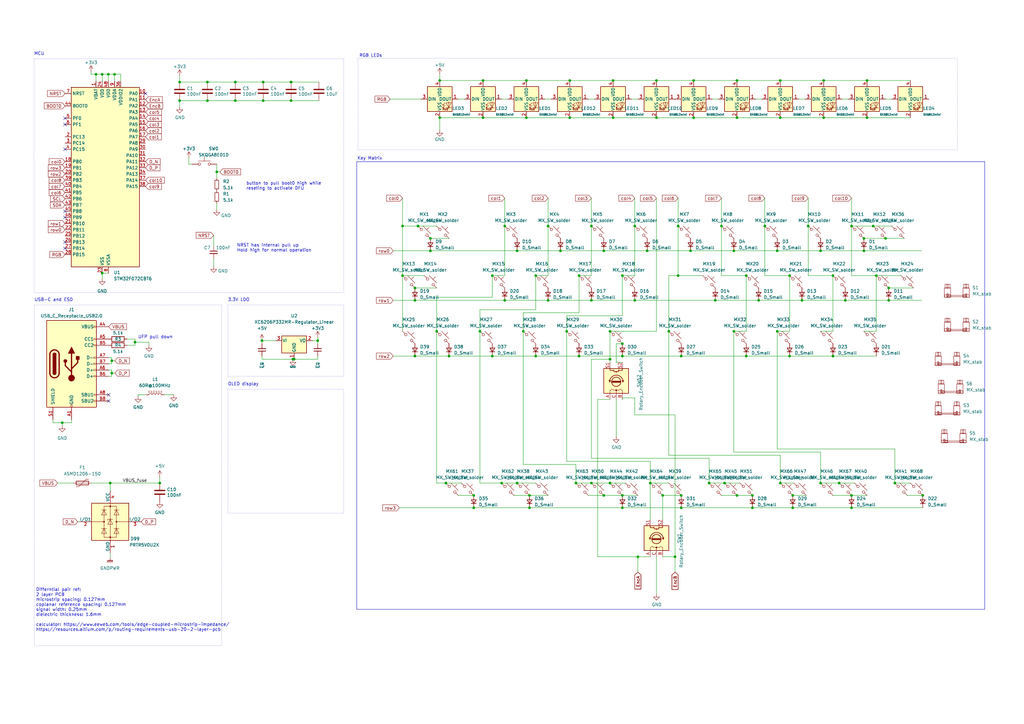
<source format=kicad_sch>
(kicad_sch (version 20230121) (generator eeschema)
  (paper "A3")
  (junction (at 25.527 173.355))
  (junction (at 120.65 147.32))
  (junction (at 184.15 146.05))
  (junction (at 349.25 203.2))
  (junction (at 354.33 97.79))
  (junction (at 250.19 147.32))
  (junction (at 320.04 198.12))
  (junction (at 355.6 48.26))
  (junction (at 182.88 198.12))
  (junction (at 207.01 123.19))
  (junction (at 300.99 135.89))
  (junction (at 212.09 198.12))
  (junction (at 224.79 123.19))
  (junction (at 313.69 92.71))
  (junction (at 341.63 113.03))
  (junction (at 302.26 203.2))
  (junction (at 107.95 33.655))
  (junction (at 229.87 102.87))
  (junction (at 237.49 146.05))
  (junction (at 41.91 30.48))
  (junction (at 265.43 102.87))
  (junction (at 302.26 33.02))
  (junction (at 214.63 135.89))
  (junction (at 237.49 113.03))
  (junction (at 170.18 123.19))
  (junction (at 318.77 135.89))
  (junction (at 337.82 33.02))
  (junction (at 269.24 33.02))
  (junction (at 331.47 92.71))
  (junction (at 308.61 203.2))
  (junction (at 44.45 30.48))
  (junction (at 290.83 198.12))
  (junction (at 130.302 139.7))
  (junction (at 363.22 97.79))
  (junction (at 328.93 123.19))
  (junction (at 279.4 208.28))
  (junction (at 278.13 92.71))
  (junction (at 276.86 228.346))
  (junction (at 170.18 118.11))
  (junction (at 284.48 33.02))
  (junction (at 260.35 92.71))
  (junction (at 260.35 123.19))
  (junction (at 302.26 48.26))
  (junction (at 85.09 33.655))
  (junction (at 344.17 198.12))
  (junction (at 201.93 113.03))
  (junction (at 45.847 153.035))
  (junction (at 297.18 198.12))
  (junction (at 359.41 113.03))
  (junction (at 341.63 146.05))
  (junction (at 165.1 92.71))
  (junction (at 170.18 146.05))
  (junction (at 247.65 102.87))
  (junction (at 196.85 135.89))
  (junction (at 45.847 147.955))
  (junction (at 55.372 140.335))
  (junction (at 271.78 203.2))
  (junction (at 96.52 33.655))
  (junction (at 306.07 113.03))
  (junction (at 293.37 123.19))
  (junction (at 255.27 140.97))
  (junction (at 217.17 208.28))
  (junction (at 311.15 123.19))
  (junction (at 242.57 198.12))
  (junction (at 255.27 203.2))
  (junction (at 364.49 123.19))
  (junction (at 266.7 198.12))
  (junction (at 198.12 33.02))
  (junction (at 205.74 198.12))
  (junction (at 224.79 92.71))
  (junction (at 354.33 102.87))
  (junction (at 378.46 203.2))
  (junction (at 323.85 113.03))
  (junction (at 120.142 147.32) (diameter 0.9144))
  (junction (at 65.532 198.12))
  (junction (at 284.48 48.26))
  (junction (at 255.27 146.05))
  (junction (at 119.38 33.655))
  (junction (at 207.01 92.71))
  (junction (at 261.62 228.346))
  (junction (at 45.212 198.12))
  (junction (at 278.13 113.03))
  (junction (at 219.71 146.05))
  (junction (at 194.31 203.2))
  (junction (at 251.46 33.02))
  (junction (at 233.68 48.26))
  (junction (at 41.91 112.014))
  (junction (at 320.04 33.02))
  (junction (at 255.27 113.03))
  (junction (at 250.19 198.12))
  (junction (at 217.17 203.2))
  (junction (at 283.21 102.87))
  (junction (at 295.91 92.71))
  (junction (at 180.34 48.26))
  (junction (at 119.38 41.275))
  (junction (at 39.37 30.48))
  (junction (at 85.09 41.275))
  (junction (at 279.4 203.2))
  (junction (at 171.45 92.71))
  (junction (at 320.04 48.26))
  (junction (at 247.65 203.2))
  (junction (at 242.57 123.19))
  (junction (at 198.12 48.26))
  (junction (at 215.9 33.02))
  (junction (at 364.49 118.11))
  (junction (at 274.32 135.89))
  (junction (at 73.66 41.275))
  (junction (at 306.07 146.05))
  (junction (at 269.24 48.26))
  (junction (at 355.6 33.02))
  (junction (at 250.19 135.89))
  (junction (at 219.71 113.03))
  (junction (at 88.9 70.485))
  (junction (at 255.27 208.28))
  (junction (at 176.53 97.79))
  (junction (at 349.25 208.28))
  (junction (at 251.46 48.26))
  (junction (at 308.61 208.28))
  (junction (at 194.31 208.28))
  (junction (at 236.22 198.12))
  (junction (at 358.14 92.71))
  (junction (at 349.25 92.71))
  (junction (at 73.66 33.655))
  (junction (at 96.52 41.275))
  (junction (at 165.1 113.03))
  (junction (at 201.93 146.05))
  (junction (at 336.55 198.12))
  (junction (at 300.99 102.87))
  (junction (at 107.442 139.7) (diameter 0.9144))
  (junction (at 279.4 146.05))
  (junction (at 346.71 123.19))
  (junction (at 323.85 146.05))
  (junction (at 367.03 198.12))
  (junction (at 337.82 48.26))
  (junction (at 215.9 48.26))
  (junction (at 46.99 30.48))
  (junction (at 232.41 135.89))
  (junction (at 233.68 33.02))
  (junction (at 179.07 135.89))
  (junction (at 242.57 92.71))
  (junction (at 180.34 33.02))
  (junction (at 318.77 102.87))
  (junction (at 336.55 102.87))
  (junction (at 107.95 41.275))
  (junction (at 325.12 208.28))
  (junction (at 176.53 102.87))
  (junction (at 325.12 203.2))
  (junction (at 212.09 102.87))
  (no_connect (at 26.67 51.054))
  (no_connect (at 26.67 48.514))
  (no_connect (at 26.67 89.154))
  (no_connect (at 59.69 38.354))
  (no_connect (at 26.67 99.314))
  (no_connect (at 26.67 61.214))
  (no_connect (at 44.577 161.925))
  (no_connect (at 26.67 86.614))
  (no_connect (at 44.577 164.465))
  (no_connect (at 26.67 101.854))
  (wire (pts (xy 107.95 41.275) (xy 119.38 41.275)))
  (wire (pts (xy 208.28 40.64) (xy 205.74 40.64)))
  (wire (pts (xy 77.47 67.31) (xy 77.47 64.77)))
  (wire (pts (xy 349.25 203.2) (xy 355.6 203.2)))
  (wire (pts (xy 318.77 184.15) (xy 367.03 184.15)))
  (wire (pts (xy 194.31 208.28) (xy 163.83 208.28)))
  (wire (pts (xy 260.35 123.19) (xy 293.37 123.19)))
  (wire (pts (xy 269.24 48.26) (xy 284.48 48.26)))
  (wire (pts (xy 207.01 123.19) (xy 224.79 123.19)))
  (wire (pts (xy 345.44 40.64) (xy 347.98 40.64)))
  (wire (pts (xy 313.69 113.03) (xy 323.85 113.03)))
  (wire (pts (xy 295.91 113.03) (xy 306.07 113.03)))
  (wire (pts (xy 160.02 40.64) (xy 172.72 40.64)))
  (wire (pts (xy 161.29 102.87) (xy 176.53 102.87)))
  (wire (pts (xy 196.85 198.12) (xy 205.74 198.12)))
  (wire (pts (xy 359.41 113.03) (xy 359.41 135.89)))
  (wire (pts (xy 279.4 208.28) (xy 308.61 208.28)))
  (wire (pts (xy 21.717 173.355) (xy 25.527 173.355)))
  (wire (pts (xy 355.6 33.02) (xy 373.38 33.02)))
  (wire (pts (xy 233.68 48.26) (xy 251.46 48.26)))
  (wire (pts (xy 260.35 163.195) (xy 260.35 170.18)))
  (wire (pts (xy 130.302 138.43) (xy 130.302 139.7)))
  (wire (pts (xy 45.847 146.685) (xy 45.847 147.955)))
  (wire (pts (xy 85.09 33.655) (xy 73.66 33.655)))
  (wire (pts (xy 207.01 113.03) (xy 201.93 113.03)))
  (wire (pts (xy 207.01 92.71) (xy 207.01 113.03)))
  (wire (pts (xy 37.338 29.464) (xy 37.338 30.48)))
  (wire (pts (xy 96.52 41.275) (xy 107.95 41.275)))
  (wire (pts (xy 215.9 48.26) (xy 233.68 48.26)))
  (wire (pts (xy 323.85 135.89) (xy 318.77 135.89)))
  (wire (pts (xy 61.087 140.335) (xy 61.087 141.605)))
  (wire (pts (xy 180.34 48.26) (xy 180.34 53.34)))
  (wire (pts (xy 260.35 113.03) (xy 255.27 113.03)))
  (wire (pts (xy 205.74 198.12) (xy 212.09 198.12)))
  (wire (pts (xy 23.622 198.12) (xy 29.972 198.12)))
  (wire (pts (xy 359.41 113.03) (xy 369.57 113.03)))
  (wire (pts (xy 187.96 203.2) (xy 194.31 203.2)))
  (wire (pts (xy 279.4 146.05) (xy 306.07 146.05)))
  (wire (pts (xy 260.35 170.18) (xy 276.86 170.18)))
  (wire (pts (xy 251.46 33.02) (xy 269.24 33.02)))
  (wire (pts (xy 250.19 147.32) (xy 242.57 147.32)))
  (wire (pts (xy 283.21 102.87) (xy 300.99 102.87)))
  (wire (pts (xy 325.12 203.2) (xy 330.708 203.2)))
  (wire (pts (xy 217.17 203.2) (xy 224.79 203.2)))
  (wire (pts (xy 170.18 146.05) (xy 184.15 146.05)))
  (wire (pts (xy 198.12 48.26) (xy 215.9 48.26)))
  (wire (pts (xy 229.87 102.87) (xy 247.65 102.87)))
  (wire (pts (xy 165.1 81.28) (xy 165.1 92.71)))
  (wire (pts (xy 55.372 140.335) (xy 55.372 139.065)))
  (wire (pts (xy 250.19 135.89) (xy 269.24 135.89)))
  (wire (pts (xy 377.952 102.87) (xy 354.33 102.87)))
  (wire (pts (xy 88.9 67.31) (xy 88.9 70.485)))
  (wire (pts (xy 44.45 30.48) (xy 46.99 30.48)))
  (wire (pts (xy 306.07 135.89) (xy 300.99 135.89)))
  (wire (pts (xy 201.93 121.92) (xy 179.07 121.92)))
  (wire (pts (xy 37.338 30.48) (xy 39.37 30.48)))
  (wire (pts (xy 45.847 151.765) (xy 45.847 153.035)))
  (wire (pts (xy 284.48 33.02) (xy 302.26 33.02)))
  (wire (pts (xy 130.302 139.7) (xy 130.302 140.97)))
  (wire (pts (xy 180.34 33.02) (xy 198.12 33.02)))
  (wire (pts (xy 39.37 30.48) (xy 39.37 33.274)))
  (wire (pts (xy 242.57 92.71) (xy 242.57 113.03)))
  (wire (pts (xy 358.14 92.71) (xy 365.76 92.71)))
  (wire (pts (xy 71.247 161.925) (xy 67.437 161.925)))
  (wire (pts (xy 29.337 173.355) (xy 29.337 172.085)))
  (wire (pts (xy 293.37 123.19) (xy 311.15 123.19)))
  (wire (pts (xy 363.22 40.64) (xy 365.76 40.64)))
  (wire (pts (xy 260.35 92.71) (xy 260.35 113.03)))
  (wire (pts (xy 171.45 92.71) (xy 165.1 92.71)))
  (wire (pts (xy 212.09 198.12) (xy 219.71 198.12)))
  (wire (pts (xy 182.88 198.12) (xy 189.23 198.12)))
  (wire (pts (xy 251.46 48.26) (xy 269.24 48.26)))
  (wire (pts (xy 242.57 198.12) (xy 250.19 198.12)))
  (wire (pts (xy 180.34 48.26) (xy 198.12 48.26)))
  (wire (pts (xy 247.65 102.87) (xy 265.43 102.87)))
  (wire (pts (xy 170.18 118.11) (xy 179.07 118.11)))
  (wire (pts (xy 21.717 172.085) (xy 21.717 173.355)))
  (wire (pts (xy 219.71 146.05) (xy 237.49 146.05)))
  (wire (pts (xy 194.31 208.28) (xy 217.17 208.28)))
  (wire (pts (xy 245.11 163.83) (xy 250.19 163.83)))
  (wire (pts (xy 184.15 146.05) (xy 201.93 146.05)))
  (wire (pts (xy 46.99 30.48) (xy 46.99 33.274)))
  (wire (pts (xy 45.212 226.695) (xy 45.212 228.6)))
  (wire (pts (xy 346.71 123.19) (xy 364.49 123.19)))
  (wire (pts (xy 242.57 187.96) (xy 290.83 187.96)))
  (wire (pts (xy 41.91 30.48) (xy 44.45 30.48)))
  (wire (pts (xy 349.25 81.28) (xy 349.25 92.71)))
  (wire (pts (xy 161.29 123.19) (xy 170.18 123.19)))
  (wire (pts (xy 88.9 70.485) (xy 88.9 73.152)))
  (wire (pts (xy 295.91 92.71) (xy 295.91 113.03)))
  (wire (pts (xy 45.847 154.305) (xy 45.847 153.035)))
  (wire (pts (xy 302.26 203.2) (xy 308.61 203.2)))
  (wire (pts (xy 120.65 147.32) (xy 130.302 147.32)))
  (wire (pts (xy 266.7 198.12) (xy 274.32 198.12)))
  (wire (pts (xy 290.83 187.96) (xy 290.83 198.12)))
  (wire (pts (xy 325.12 208.28) (xy 349.25 208.28)))
  (wire (pts (xy 219.71 127) (xy 196.85 127)))
  (wire (pts (xy 313.69 92.71) (xy 313.69 113.03)))
  (wire (pts (xy 300.99 102.87) (xy 318.77 102.87)))
  (wire (pts (xy 255.27 148.59) (xy 252.73 148.59)))
  (wire (pts (xy 224.79 81.28) (xy 224.79 92.71)))
  (wire (pts (xy 165.1 113.03) (xy 173.99 113.03)))
  (wire (pts (xy 349.25 92.71) (xy 349.25 113.03)))
  (wire (pts (xy 364.49 123.19) (xy 377.952 123.19)))
  (wire (pts (xy 179.07 198.12) (xy 182.88 198.12)))
  (wire (pts (xy 196.85 127) (xy 196.85 135.89)))
  (wire (pts (xy 87.63 109.22) (xy 87.63 106.045)))
  (wire (pts (xy 120.65 147.32) (xy 120.142 147.32)))
  (wire (pts (xy 250.19 198.12) (xy 256.54 198.12)))
  (wire (pts (xy 214.63 128.27) (xy 214.63 135.89)))
  (wire (pts (xy 44.577 149.225) (xy 45.847 149.225)))
  (wire (pts (xy 25.527 173.355) (xy 29.337 173.355)))
  (wire (pts (xy 255.27 129.54) (xy 232.41 129.54)))
  (wire (pts (xy 278.13 113.03) (xy 288.29 113.03)))
  (wire (pts (xy 274.32 113.03) (xy 274.32 135.89)))
  (wire (pts (xy 224.79 123.19) (xy 242.57 123.19)))
  (wire (pts (xy 242.57 113.03) (xy 237.49 113.03)))
  (wire (pts (xy 224.79 113.03) (xy 219.71 113.03)))
  (wire (pts (xy 336.55 198.12) (xy 344.17 198.12)))
  (wire (pts (xy 161.29 146.05) (xy 170.18 146.05)))
  (wire (pts (xy 302.26 48.26) (xy 320.04 48.26)))
  (wire (pts (xy 49.53 30.48) (xy 49.53 33.274)))
  (wire (pts (xy 266.7 213.106) (xy 266.7 198.12)))
  (wire (pts (xy 320.04 33.02) (xy 337.82 33.02)))
  (wire (pts (xy 119.38 41.275) (xy 130.81 41.275)))
  (wire (pts (xy 39.37 30.48) (xy 41.91 30.48)))
  (wire (pts (xy 210.82 203.2) (xy 217.17 203.2)))
  (wire (pts (xy 179.07 135.89) (xy 179.07 198.12)))
  (wire (pts (xy 130.302 146.05) (xy 130.302 147.32)))
  (wire (pts (xy 337.82 48.26) (xy 355.6 48.26)))
  (wire (pts (xy 107.95 33.655) (xy 119.38 33.655)))
  (wire (pts (xy 170.18 123.19) (xy 207.01 123.19)))
  (wire (pts (xy 331.47 113.03) (xy 341.63 113.03)))
  (wire (pts (xy 279.4 203.2) (xy 271.78 203.2)))
  (wire (pts (xy 232.41 129.54) (xy 232.41 135.89)))
  (wire (pts (xy 331.47 92.71) (xy 331.47 113.03)))
  (wire (pts (xy 337.82 33.02) (xy 355.6 33.02)))
  (wire (pts (xy 255.27 146.05) (xy 279.4 146.05)))
  (wire (pts (xy 128.27 139.7) (xy 130.302 139.7)))
  (wire (pts (xy 302.26 203.2) (xy 295.91 203.2)))
  (wire (pts (xy 336.55 102.87) (xy 354.33 102.87)))
  (wire (pts (xy 255.27 113.03) (xy 255.27 129.54)))
  (wire (pts (xy 56.642 161.925) (xy 59.817 161.925)))
  (wire (pts (xy 107.442 139.7) (xy 113.03 139.7)))
  (wire (pts (xy 87.63 96.52) (xy 87.63 100.965)))
  (wire (pts (xy 219.71 113.03) (xy 219.71 127)))
  (wire (pts (xy 212.09 102.87) (xy 229.87 102.87)))
  (wire (pts (xy 269.24 33.02) (xy 284.48 33.02)))
  (wire (pts (xy 171.45 92.71) (xy 179.07 92.71)))
  (wire (pts (xy 201.93 146.05) (xy 219.71 146.05)))
  (wire (pts (xy 355.6 48.26) (xy 373.38 48.26)))
  (wire (pts (xy 176.53 102.87) (xy 212.09 102.87)))
  (wire (pts (xy 252.73 163.83) (xy 252.73 179.07)))
  (wire (pts (xy 232.41 135.89) (xy 232.41 189.23)))
  (wire (pts (xy 344.17 198.12) (xy 350.52 198.12)))
  (wire (pts (xy 73.66 43.815) (xy 73.66 41.275)))
  (wire (pts (xy 107.442 139.7) (xy 107.442 140.97)))
  (wire (pts (xy 302.26 33.02) (xy 320.04 33.02)))
  (wire (pts (xy 242.57 147.32) (xy 242.57 187.96)))
  (wire (pts (xy 290.83 198.12) (xy 297.18 198.12)))
  (wire (pts (xy 259.08 40.64) (xy 261.62 40.64)))
  (wire (pts (xy 306.07 146.05) (xy 323.85 146.05)))
  (wire (pts (xy 52.197 139.065) (xy 55.372 139.065)))
  (wire (pts (xy 274.32 135.89) (xy 274.32 186.69)))
  (wire (pts (xy 241.3 40.64) (xy 243.84 40.64)))
  (wire (pts (xy 255.27 163.195) (xy 255.27 163.83)))
  (wire (pts (xy 300.99 135.89) (xy 300.99 185.42)))
  (wire (pts (xy 320.04 48.26) (xy 337.82 48.26)))
  (wire (pts (xy 96.52 33.655) (xy 107.95 33.655)))
  (wire (pts (xy 233.68 33.02) (xy 251.46 33.02)))
  (wire (pts (xy 196.85 135.89) (xy 196.85 198.12)))
  (wire (pts (xy 271.78 203.2) (xy 271.78 213.106)))
  (wire (pts (xy 180.34 30.48) (xy 180.34 33.02)))
  (wire (pts (xy 284.48 48.26) (xy 302.26 48.26)))
  (wire (pts (xy 55.372 140.335) (xy 61.087 140.335)))
  (wire (pts (xy 65.532 195.58) (xy 65.532 198.12)))
  (wire (pts (xy 247.65 203.2) (xy 255.27 203.2)))
  (wire (pts (xy 297.18 198.12) (xy 303.53 198.12)))
  (wire (pts (xy 41.91 112.014) (xy 41.91 114.3)))
  (wire (pts (xy 56.642 162.56) (xy 56.642 161.925)))
  (wire (pts (xy 260.35 163.195) (xy 255.27 163.195)))
  (wire (pts (xy 323.85 113.03) (xy 323.85 135.89)))
  (wire (pts (xy 44.577 151.765) (xy 45.847 151.765)))
  (wire (pts (xy 247.65 203.2) (xy 241.3 203.2)))
  (wire (pts (xy 261.62 228.346) (xy 266.7 228.346)))
  (wire (pts (xy 44.577 154.305) (xy 45.847 154.305)))
  (wire (pts (xy 364.49 118.11) (xy 374.65 118.11)))
  (wire (pts (xy 88.9 83.312) (xy 88.9 85.852)))
  (wire (pts (xy 320.04 198.12) (xy 325.628 198.12)))
  (wire (pts (xy 278.13 81.28) (xy 278.13 92.71)))
  (wire (pts (xy 242.57 123.19) (xy 260.35 123.19)))
  (wire (pts (xy 336.55 185.42) (xy 336.55 198.12)))
  (wire (pts (xy 190.5 40.64) (xy 187.96 40.64)))
  (wire (pts (xy 260.35 81.28) (xy 260.35 92.71)))
  (wire (pts (xy 341.63 113.03) (xy 341.63 135.89)))
  (wire (pts (xy 245.11 163.83) (xy 245.11 228.346)))
  (wire (pts (xy 341.63 146.05) (xy 359.41 146.05)))
  (wire (pts (xy 278.13 92.71) (xy 278.13 113.03)))
  (wire (pts (xy 309.88 40.64) (xy 312.42 40.64)))
  (wire (pts (xy 354.33 97.79) (xy 363.22 97.79)))
  (wire (pts (xy 269.24 228.346) (xy 269.24 243.586)))
  (wire (pts (xy 223.52 40.64) (xy 226.06 40.64)))
  (wire (pts (xy 300.99 185.42) (xy 336.55 185.42)))
  (wire (pts (xy 328.93 123.19) (xy 346.71 123.19)))
  (wire (pts (xy 78.74 67.31) (xy 77.47 67.31)))
  (wire (pts (xy 215.9 33.02) (xy 233.68 33.02)))
  (wire (pts (xy 224.79 92.71) (xy 224.79 113.03)))
  (wire (pts (xy 52.197 141.605) (xy 55.372 141.605)))
  (wire (pts (xy 250.19 147.32) (xy 250.19 148.59)))
  (wire (pts (xy 44.577 146.685) (xy 45.847 146.685)))
  (wire (pts (xy 252.73 148.59) (xy 252.73 140.97)))
  (wire (pts (xy 308.61 208.28) (xy 325.12 208.28)))
  (wire (pts (xy 46.99 30.48) (xy 49.53 30.48)))
  (wire (pts (xy 276.86 170.18) (xy 276.86 228.346)))
  (wire (pts (xy 250.19 135.89) (xy 250.19 147.32)))
  (wire (pts (xy 327.66 40.64) (xy 330.2 40.64)))
  (wire (pts (xy 237.49 113.03) (xy 237.49 128.27)))
  (wire (pts (xy 318.77 102.87) (xy 336.55 102.87)))
  (wire (pts (xy 45.212 198.12) (xy 65.532 198.12)))
  (wire (pts (xy 45.212 198.12) (xy 45.212 201.295)))
  (wire (pts (xy 214.63 135.89) (xy 214.63 190.5)))
  (wire (pts (xy 214.63 190.5) (xy 236.22 190.5)))
  (wire (pts (xy 311.15 123.19) (xy 328.93 123.19)))
  (wire (pts (xy 236.22 198.12) (xy 242.57 198.12)))
  (wire (pts (xy 107.442 146.05) (xy 107.442 147.32)))
  (wire (pts (xy 31.877 213.995) (xy 32.512 213.995)))
  (wire (pts (xy 372.11 203.2) (xy 378.46 203.2)))
  (wire (pts (xy 271.78 228.346) (xy 276.86 228.346)))
  (wire (pts (xy 120.142 147.32) (xy 107.442 147.32)))
  (wire (pts (xy 245.11 228.346) (xy 261.62 228.346)))
  (wire (pts (xy 179.07 121.92) (xy 179.07 135.89)))
  (wire (pts (xy 269.24 81.28) (xy 269.24 135.89)))
  (wire (pts (xy 295.91 81.28) (xy 295.91 92.71)))
  (wire (pts (xy 261.62 228.346) (xy 261.62 234.696)))
  (wire (pts (xy 265.43 102.87) (xy 283.21 102.87)))
  (wire (pts (xy 349.25 92.71) (xy 358.14 92.71)))
  (wire (pts (xy 85.09 41.275) (xy 96.52 41.275)))
  (wire (pts (xy 25.527 174.625) (xy 25.527 173.355)))
  (wire (pts (xy 266.7 189.23) (xy 266.7 198.12)))
  (wire (pts (xy 274.32 113.03) (xy 278.13 113.03)))
  (wire (pts (xy 349.25 208.28) (xy 378.46 208.28)))
  (wire (pts (xy 37.592 198.12) (xy 45.212 198.12)))
  (wire (pts (xy 359.41 135.89) (xy 354.33 135.89)))
  (wire (pts (xy 232.41 189.23) (xy 266.7 189.23)))
  (wire (pts (xy 331.47 81.28) (xy 331.47 92.71)))
  (wire (pts (xy 242.57 81.28) (xy 242.57 92.71)))
  (wire (pts (xy 255.27 140.97) (xy 252.73 140.97)))
  (wire (pts (xy 55.372 141.605) (xy 55.372 140.335)))
  (wire (pts (xy 306.07 113.03) (xy 306.07 135.89)))
  (wire (pts (xy 45.847 147.955) (xy 45.847 149.225)))
  (wire (pts (xy 119.38 33.655) (xy 130.81 33.655)))
  (wire (pts (xy 85.09 33.655) (xy 96.52 33.655)))
  (wire (pts (xy 207.01 81.28) (xy 207.01 92.71)))
  (wire (pts (xy 313.69 81.28) (xy 313.69 92.71)))
  (wire (pts (xy 217.17 208.28) (xy 255.27 208.28)))
  (wire (pts (xy 44.45 30.48) (xy 44.45 33.274)))
  (wire (pts (xy 198.12 33.02) (xy 215.9 33.02)))
  (wire (pts (xy 41.91 30.48) (xy 41.91 33.274)))
  (wire (pts (xy 45.847 153.035) (xy 47.117 153.035)))
  (wire (pts (xy 255.27 208.28) (xy 279.4 208.28)))
  (wire (pts (xy 165.1 113.03) (xy 165.1 135.89)))
  (wire (pts (xy 73.66 31.115) (xy 73.66 33.655)))
  (wire (pts (xy 274.32 186.69) (xy 320.04 186.69)))
  (wire (pts (xy 255.27 203.2) (xy 261.62 203.2)))
  (wire (pts (xy 237.49 128.27) (xy 214.63 128.27)))
  (wire (pts (xy 323.85 146.05) (xy 341.63 146.05)))
  (wire (pts (xy 341.63 135.89) (xy 336.55 135.89)))
  (wire (pts (xy 341.63 203.2) (xy 349.25 203.2)))
  (wire (pts (xy 367.03 184.15) (xy 367.03 198.12)))
  (wire (pts (xy 41.91 112.014) (xy 44.45 112.014)))
  (wire (pts (xy 88.9 70.485) (xy 90.17 70.485)))
  (wire (pts (xy 320.04 186.69) (xy 320.04 198.12)))
  (wire (pts (xy 237.49 146.05) (xy 255.27 146.05)))
  (wire (pts (xy 318.77 135.89) (xy 318.77 184.15)))
  (wire (pts (xy 201.93 113.03) (xy 201.93 121.92)))
  (wire (pts (xy 349.25 113.03) (xy 359.41 113.03)))
  (wire (pts (xy 276.86 228.346) (xy 276.86 234.696)))
  (wire (pts (xy 165.1 92.71) (xy 165.1 113.03)))
  (wire (pts (xy 45.847 147.955) (xy 47.117 147.955)))
  (wire (pts (xy 176.53 97.79) (xy 184.15 97.79)))
  (wire (pts (xy 85.09 41.275) (xy 73.66 41.275)))
  (wire (pts (xy 292.1 40.64) (xy 294.64 40.64)))
  (wire (pts (xy 367.03 198.12) (xy 373.38 198.12)))
  (wire (pts (xy 370.84 97.79) (xy 363.22 97.79)))
  (wire (pts (xy 236.22 190.5) (xy 236.22 198.12)))
  (rectangle (start 93.472 125.095) (end 140.97 154.305) (stroke (width 0) (type dot)))
  (rectangle (start 146.812 23.876) (end 392.684 61.468) (stroke (width 0) (type dot)))
  (rectangle (start 93.472 159.639) (end 140.97 210.439) (stroke (width 0) (type dot)))
  (rectangle (start 14.097 125.095) (end 90.932 264.795) (stroke (width 0) (type dot)))
  (rectangle (start 13.97 24.13) (end 140.97 120.015) (stroke (width 0) (type dot)))
  (rectangle (start 146.304 66.294) (end 403.86 249.936))
  (text "button to pull boot0 high while \nreseting to activate DFU" (at 100.965 78.105 0) (effects (font (size 1.27 1.27)) (justify left bottom)))
  (text "UFP pull down" (at 56.642 139.065 0) (effects (font (size 1.27 1.27)) (justify left bottom)))
  (text "MCU" (at 13.97 22.86 0) (effects (font (size 1.27 1.27)) (justify left bottom)))
  (text "RGB LEDs" (at 147.32 23.622 0) (effects (font (size 1.27 1.27)) (justify left bottom)))
  (text "3.3V LDO" (at 93.472 123.825 0) (effects (font (size 1.27 1.27)) (justify left bottom)))
  (text "USB-C and ESD" (at 14.097 123.825 0) (effects (font (size 1.27 1.27)) (justify left bottom)))
  (text "OLED display" (at 93.472 158.369 0) (effects (font (size 1.27 1.27)) (justify left bottom)))
  (text "NRST has internal pull up\nHold high for normal operation" (at 97.155 103.505 0) (effects (font (size 1.27 1.27)) (justify left bottom)))
  (text "Differntial pair ref:\n2 layer PCB\nmicrostrip spacing: 0.127mm\ncoplanar reference spacing: 0.127mm\nsignal width: 0.25mm\ndielectric thickness: 1.6mm\n\ncalculator: https://www.eeweb.com/tools/edge-coupled-microstrip-impedance/\nhttps://resources.altium.com/p/routing-requirements-usb-20-2-layer-pcb" (at 14.732 259.08 0) (effects (font (size 1.27 1.27)) (justify left bottom)))
  (text "Key Matrix" (at 146.558 65.786 0) (effects (font (size 1.27 1.27)) (justify left bottom)))
  (label "VBUS_fuse" (at 50.292 198.12 0))
  (global_label "col4" (shape input) (at 59.69 48.514 0) (property "Intersheetrefs" "${INTERSHEET_REFS}" (effects hide)))
  (global_label "col4" (shape input) (at 260.35 81.28 180) (property "Intersheetrefs" "${INTERSHEET_REFS}" (effects hide)))
  (global_label "col9" (shape input) (at 331.47 81.28 180) (property "Intersheetrefs" "${INTERSHEET_REFS}" (effects hide)))
  (global_label "row2" (shape input) (at 161.29 146.05 180) (property "Intersheetrefs" "${INTERSHEET_REFS}" (effects hide)))
  (global_label "D_N" (shape input) (at 31.877 213.995 180) (property "Intersheetrefs" "${INTERSHEET_REFS}" (effects hide)))
  (global_label "D_P" (shape input) (at 47.117 153.035 0) (property "Intersheetrefs" "${INTERSHEET_REFS}" (effects hide)))
  (global_label "row2" (shape input) (at 26.67 71.374 180) (property "Intersheetrefs" "${INTERSHEET_REFS}" (effects hide)))
  (global_label "VBUS" (shape input) (at 23.622 198.12 180) (property "Intersheetrefs" "${INTERSHEET_REFS}" (effects hide)))
  (global_label "col0" (shape input) (at 26.67 66.294 180) (property "Intersheetrefs" "${INTERSHEET_REFS}" (effects hide)))
  (global_label "col6" (shape input) (at 26.67 78.994 180) (property "Intersheetrefs" "${INTERSHEET_REFS}" (effects hide)))
  (global_label "D_P" (shape input) (at 57.912 213.995 0) (property "Intersheetrefs" "${INTERSHEET_REFS}" (effects hide)))
  (global_label "row0" (shape input) (at 161.29 102.87 180) (property "Intersheetrefs" "${INTERSHEET_REFS}" (effects hide)))
  (global_label "BOOT0" (shape input) (at 90.17 70.485 0) (property "Intersheetrefs" "${INTERSHEET_REFS}" (effects hide)))
  (global_label "col2" (shape input) (at 59.69 53.594 0) (property "Intersheetrefs" "${INTERSHEET_REFS}" (effects hide)))
  (global_label "EncB" (shape input) (at 59.69 43.434 0) (property "Intersheetrefs" "${INTERSHEET_REFS}" (effects hide)))
  (global_label "col10" (shape input) (at 59.69 73.914 0) (property "Intersheetrefs" "${INTERSHEET_REFS}" (effects hide)))
  (global_label "col2" (shape input) (at 224.79 81.28 180) (property "Intersheetrefs" "${INTERSHEET_REFS}" (effects hide)))
  (global_label "col5" (shape input) (at 59.69 45.974 0) (property "Intersheetrefs" "${INTERSHEET_REFS}" (effects hide)))
  (global_label "col3" (shape input) (at 59.69 51.054 0) (property "Intersheetrefs" "${INTERSHEET_REFS}" (effects hide)))
  (global_label "row1" (shape input) (at 161.29 123.19 180) (property "Intersheetrefs" "${INTERSHEET_REFS}" (effects hide)))
  (global_label "col8" (shape input) (at 26.67 73.914 180) (property "Intersheetrefs" "${INTERSHEET_REFS}" (effects hide)))
  (global_label "EncA" (shape input) (at 59.69 40.894 0) (property "Intersheetrefs" "${INTERSHEET_REFS}" (effects hide)))
  (global_label "SCL" (shape input) (at 26.67 81.534 180) (property "Intersheetrefs" "${INTERSHEET_REFS}" (effects hide)))
  (global_label "col1" (shape input) (at 207.01 81.28 180) (property "Intersheetrefs" "${INTERSHEET_REFS}" (effects hide)))
  (global_label "EncB" (shape input) (at 276.86 234.696 270) (property "Intersheetrefs" "${INTERSHEET_REFS}" (effects hide)))
  (global_label "col7" (shape input) (at 295.91 81.28 180) (property "Intersheetrefs" "${INTERSHEET_REFS}" (effects hide)))
  (global_label "BOOT0" (shape input) (at 26.67 43.434 180) (property "Intersheetrefs" "${INTERSHEET_REFS}" (effects hide)))
  (global_label "row3" (shape input) (at 26.67 68.834 180) (property "Intersheetrefs" "${INTERSHEET_REFS}" (effects hide)))
  (global_label "EncA" (shape input) (at 261.62 234.696 270) (property "Intersheetrefs" "${INTERSHEET_REFS}" (effects hide)))
  (global_label "row1" (shape input) (at 26.67 91.694 180) (property "Intersheetrefs" "${INTERSHEET_REFS}" (effects hide)))
  (global_label "NRST" (shape input) (at 87.63 96.52 180) (property "Intersheetrefs" "${INTERSHEET_REFS}" (effects hide)))
  (global_label "col6" (shape input) (at 278.13 81.28 180) (property "Intersheetrefs" "${INTERSHEET_REFS}" (effects hide)))
  (global_label "RGB" (shape input) (at 160.02 40.64 180) (property "Intersheetrefs" "${INTERSHEET_REFS}" (effects hide)))
  (global_label "RGB" (shape input) (at 26.67 104.394 180) (property "Intersheetrefs" "${INTERSHEET_REFS}" (effects hide)))
  (global_label "EncB" (shape input) (at 276.86 234.696 270) (property "Intersheetrefs" "${INTERSHEET_REFS}" (effects hide)))
  (global_label "col8" (shape input) (at 313.69 81.28 180) (property "Intersheetrefs" "${INTERSHEET_REFS}" (effects hide)))
  (global_label "col0" (shape input) (at 165.1 81.28 180) (property "Intersheetrefs" "${INTERSHEET_REFS}" (effects hide)))
  (global_label "D_P" (shape input) (at 59.69 68.834 0) (property "Intersheetrefs" "${INTERSHEET_REFS}" (effects hide)))
  (global_label "VBUS" (shape input) (at 44.577 133.985 0) (property "Intersheetrefs" "${INTERSHEET_REFS}" (effects hide)))
  (global_label "row0" (shape input) (at 26.67 94.234 180) (property "Intersheetrefs" "${INTERSHEET_REFS}" (effects hide)))
  (global_label "D_N" (shape input) (at 59.69 66.294 0) (property "Intersheetrefs" "${INTERSHEET_REFS}" (effects hide)))
  (global_label "col7" (shape input) (at 26.67 76.454 180) (property "Intersheetrefs" "${INTERSHEET_REFS}" (effects hide)))
  (global_label "SDA" (shape input) (at 26.67 84.074 180) (property "Intersheetrefs" "${INTERSHEET_REFS}" (effects hide)))
  (global_label "col5" (shape input) (at 269.24 81.28 180) (property "Intersheetrefs" "${INTERSHEET_REFS}" (effects hide)))
  (global_label "col10" (shape input) (at 349.25 81.28 180) (property "Intersheetrefs" "${INTERSHEET_REFS}" (effects hide)))
  (global_label "NRST" (shape input) (at 26.67 38.354 180) (property "Intersheetrefs" "${INTERSHEET_REFS}" (effects hide)))
  (global_label "row3" (shape input) (at 163.83 208.28 180) (property "Intersheetrefs" "${INTERSHEET_REFS}" (effects hide)))
  (global_label "col3" (shape input) (at 242.57 81.28 180) (property "Intersheetrefs" "${INTERSHEET_REFS}" (effects hide)))
  (global_label "D_N" (shape input) (at 47.117 147.955 0) (property "Intersheetrefs" "${INTERSHEET_REFS}" (effects hide)))
  (global_label "col1" (shape input) (at 59.69 56.134 0) (property "Intersheetrefs" "${INTERSHEET_REFS}" (effects hide)))
  (global_label "EncA" (shape input) (at 261.62 234.696 270) (property "Intersheetrefs" "${INTERSHEET_REFS}" (effects hide)))
  (global_label "col9" (shape input) (at 59.69 76.454 0) (property "Intersheetrefs" "${INTERSHEET_REFS}" (effects hide)))
  (symbol (lib_id "LED:SK6812MINI") (at 198.12 40.64 0) (unit 1)
    (property "Reference" "LED2" (at 205.74 44.45 0))
    (property "Value" "SK6812mini" (at 207.01 46.99 0) (effects (font (size 0.8 0.8))))
    (property "Footprint" "LED_SMD:LED_SK6812MINI_PLCC4_3.5x3.5mm_P1.75mm" (effects hide))
    (property "Datasheet" "https://cdn-shop.adafruit.com/product-files/2686/SK6812MINI_REV.01-1-2.pdf" (effects hide))
    (property "JlcRotOffset" "14" (effects hide))
    (property "LCSC" "C2886570" (effects hide))
    (property "Package" "SMD" (effects hide))
  )
  (symbol (lib_id "Device:D_Small") (at 354.33 100.33 90) (unit 1)
    (property "Reference" "D1" (at 356.362 99.06 90) (effects (justify right)))
    (property "Value" "D_Small" (at 356.362 101.6 90) (effects (justify right)))
    (property "Footprint" "PCM_marbastlib-various:D_SOD-123-hidden-ref" (effects hide))
    (property "Sim.Device" "D" (effects hide))
    (property "Sim.Pins" "1=K 2=A" (effects hide))
    (property "LCSC" "C81598" (effects hide))
    (property "Package" "SOD-123" (effects hide))
  )
  (symbol (lib_id "Device:C_Small") (at 107.442 143.51 180) (unit 1)
    (property "Reference" "C8" (at 107.442 149.225 0) (effects (font (size 0.762 0.762))))
    (property "Value" "1uF" (at 107.442 150.495 0) (effects (font (size 0.762 0.762))))
    (property "Footprint" "Capacitor_SMD:C_0402_1005Metric" (effects hide))
    (property "LCSC" "C52923" (effects hide))
    (property "Package" "C_0402" (effects hide))
  )
  (symbol (lib_id "PCM_marbastlib-mx:MX_SW_solder") (at 298.45 95.25 0) (unit 1)
    (property "Reference" "MX8" (at 298.45 87.884 0))
    (property "Value" "MX_SW_solder" (at 298.45 90.424 0))
    (property "Footprint" "PCM_marbastlib-mx:SW_MX_1u" (effects hide))
    (property "exclude_pcba" "true" (effects hide))
  )
  (symbol (lib_id "LED:SK6812MINI") (at 320.04 40.64 0) (unit 1)
    (property "Reference" "LED7" (at 327.66 44.45 0))
    (property "Value" "SK6812mini" (at 328.93 46.99 0) (effects (font (size 0.8 0.8))))
    (property "Footprint" "LED_SMD:LED_SK6812MINI_PLCC4_3.5x3.5mm_P1.75mm" (effects hide))
    (property "Datasheet" "https://cdn-shop.adafruit.com/product-files/2686/SK6812MINI_REV.01-1-2.pdf" (effects hide))
    (property "JlcRotOffset" "194" (effects hide))
    (property "LCSC" "C2886570" (effects hide))
    (property "Package" "SMD" (effects hide))
  )
  (symbol (lib_id "Device:D_Small") (at 265.43 100.33 90) (unit 1)
    (property "Reference" "D6" (at 267.462 99.06 90) (effects (justify right)))
    (property "Value" "D_Small" (at 267.462 101.6 90) (effects (justify right)))
    (property "Footprint" "PCM_marbastlib-various:D_SOD-123-hidden-ref" (effects hide))
    (property "Sim.Device" "D" (effects hide))
    (property "Sim.Pins" "1=K 2=A" (effects hide))
    (property "LCSC" "C81598" (effects hide))
    (property "Package" "SOD-123" (effects hide))
  )
  (symbol (lib_id "Device:D_Small") (at 325.12 205.74 90) (unit 1)
    (property "Reference" "D29" (at 327.152 204.47 90) (effects (justify right)))
    (property "Value" "D_Small" (at 327.152 207.01 90) (effects (justify right)))
    (property "Footprint" "PCM_marbastlib-various:D_SOD-123-hidden-ref" (effects hide))
    (property "Sim.Device" "D" (effects hide))
    (property "Sim.Pins" "1=K 2=A" (effects hide))
    (property "LCSC" "C81598" (effects hide))
    (property "Package" "SOD-123" (effects hide))
  )
  (symbol (lib_id "LeChiffre-rescue:Rotary_Encoder_Switch-Device") (at 269.24 220.726 90) (unit 1) (in_bom no)
    (property "Reference" "SW1" (at 278.5618 220.726 0))
    (property "Value" "Rotary_Encoder_Switch" (at 279.4 221.996 0))
    (property "Footprint" "Rotary_Encoder:RotaryEncoder_Alps_EC11E-Switch_Vertical_H20mm" (effects hide))
    (property "exclude_pcba" "true" (effects hide))
  )
  (symbol (lib_id "Unified-Daughterboard-rescue:L_Core_Ferrite-Device") (at 63.627 161.925 90) (unit 1)
    (property "Reference" "L1" (at 64.897 155.575 90) (effects (justify left)))
    (property "Value" "60R@100MHz" (at 69.977 158.115 90) (effects (justify left)))
    (property "Footprint" "Inductor_SMD:L_1206_3216Metric" (effects hide))
    (property "Manufacturer" "MELED Industrial" (effects hide))
    (property "Manufacturer Part No" "MLB3216-600P4A(f)" (effects hide))
    (property "LCSC" "C33600" (effects hide))
    (property "Package" "L_1206" (effects hide))
  )
  (symbol (lib_id "power:GND") (at 88.9 85.852 0) (unit 1)
    (property "Reference" "#PWR059" (effects hide))
    (property "Value" "GND" (at 92.71 88.392 0))
  )
  (symbol (lib_id "Device:C_Small") (at 130.302 143.51 180) (unit 1)
    (property "Reference" "C9" (at 130.302 149.225 0) (effects (font (size 0.762 0.762))))
    (property "Value" "1uF" (at 130.302 150.495 0) (effects (font (size 0.762 0.762))))
    (property "Footprint" "Capacitor_SMD:C_0402_1005Metric" (effects hide))
    (property "LCSC" "C52923" (effects hide))
    (property "Package" "C_0402" (effects hide))
  )
  (symbol (lib_id "power:+5V") (at 180.34 30.48 0) (unit 1)
    (property "Reference" "#PWR053" (effects hide))
    (property "Value" "+5V" (at 180.34 26.67 0))
  )
  (symbol (lib_id "Connector:USB_C_Receptacle_USB2.0") (at 29.337 149.225 0) (unit 1)
    (property "Reference" "J1" (at 29.337 127 0))
    (property "Value" "USB_C_Receptacle_USB2.0" (at 29.337 129.54 0))
    (property "Footprint" "Connector_USB:USB_C_Receptacle_HRO_TYPE-C-31-M-12" (effects hide))
    (property "Datasheet" "https://www.usb.org/sites/default/files/documents/usb_type-c.zip" (effects hide))
    (property "JlcRotOffset" "180" (effects hide))
    (property "JlcPosOffset" "0,1.5" (effects hide))
    (property "LCSC" "C165948" (effects hide))
    (property "Package" "SMD" (effects hide))
  )
  (symbol (lib_id "PCM_marbastlib-mx:MX_stab") (at 388.62 147.32 0) (unit 1)
    (property "Reference" "S4" (at 394.97 145.923 0) (effects (justify left)))
    (property "Value" "MX_stab" (at 394.97 148.463 0) (effects (justify left)))
    (property "Footprint" "PCM_marbastlib-mx:STAB_MX_2u" (effects hide))
    (property "exclude_pcba" "true" (effects hide))
  )
  (symbol (lib_id "PCM_marbastlib-mx:MX_SW_solder") (at 375.92 200.66 0) (unit 1)
    (property "Reference" "MX68" (at 375.92 193.294 0))
    (property "Value" "MX_SW_solder" (at 375.92 195.834 0))
    (property "Footprint" "PCM_marbastlib-mx:SW_MX_1u" (effects hide))
    (property "exclude_pcba" "true" (effects hide))
  )
  (symbol (lib_id "Device:D_Small") (at 217.17 205.74 90) (unit 1)
    (property "Reference" "D36" (at 219.202 204.47 90) (effects (justify right)))
    (property "Value" "D_Small" (at 219.202 207.01 90) (effects (justify right)))
    (property "Footprint" "PCM_marbastlib-various:D_SOD-123-hidden-ref" (effects hide))
    (property "Sim.Device" "D" (effects hide))
    (property "Sim.Pins" "1=K 2=A" (effects hide))
    (property "LCSC" "C81598" (effects hide))
    (property "Package" "SOD-123" (effects hide))
  )
  (symbol (lib_id "power:GND") (at 25.527 174.625 0) (unit 1)
    (property "Reference" "#PWR070" (effects hide))
    (property "Value" "GND" (at 25.527 179.705 0))
  )
  (symbol (lib_id "PCM_marbastlib-mx:MX_SW_solder") (at 176.53 115.57 0) (unit 1)
    (property "Reference" "MX14" (at 176.53 108.204 0))
    (property "Value" "MX_SW_solder" (at 176.53 110.744 0))
    (property "Footprint" "PCM_marbastlib-mx:SW_MX_1.25u" (effects hide))
    (property "exclude_pcba" "true" (effects hide))
  )
  (symbol (lib_id "Device:D_Small") (at 207.01 120.65 90) (unit 1)
    (property "Reference" "D20" (at 209.042 119.38 90) (effects (justify right)))
    (property "Value" "D_Small" (at 209.042 121.92 90) (effects (justify right)))
    (property "Footprint" "PCM_marbastlib-various:D_SOD-123-hidden-ref" (effects hide))
    (property "Sim.Device" "D" (effects hide))
    (property "Sim.Pins" "1=K 2=A" (effects hide))
    (property "LCSC" "C81598" (effects hide))
    (property "Package" "SOD-123" (effects hide))
  )
  (symbol (lib_id "PCM_marbastlib-mx:MX_stab") (at 388.62 167.64 0) (unit 1)
    (property "Reference" "S3" (at 394.97 166.243 0) (effects (justify left)))
    (property "Value" "MX_stab" (at 394.97 168.783 0) (effects (justify left)))
    (property "Footprint" "PCM_marbastlib-mx:STAB_MX_2u" (effects hide))
    (property "exclude_pcba" "true" (effects hide))
  )
  (symbol (lib_id "Device:D_Small") (at 279.4 205.74 90) (unit 1)
    (property "Reference" "D31" (at 281.432 204.47 90) (effects (justify right)))
    (property "Value" "D_Small" (at 281.432 207.01 90) (effects (justify right)))
    (property "Footprint" "PCM_marbastlib-various:D_SOD-123-hidden-ref" (effects hide))
    (property "Sim.Device" "D" (effects hide))
    (property "Sim.Pins" "1=K 2=A" (effects hide))
    (property "LCSC" "C81598" (effects hide))
    (property "Package" "SOD-123" (effects hide))
  )
  (symbol (lib_id "PCM_marbastlib-mx:MX_SW_solder") (at 308.61 115.57 0) (unit 1)
    (property "Reference" "MX20" (at 308.61 108.204 0))
    (property "Value" "MX_SW_solder" (at 308.61 110.744 0))
    (property "Footprint" "PCM_marbastlib-mx:SW_MX_1u" (effects hide))
    (property "exclude_pcba" "true" (effects hide))
  )
  (symbol (lib_id "LED:SK6812MINI") (at 302.26 40.64 0) (unit 1)
    (property "Reference" "LED8" (at 309.88 44.45 0))
    (property "Value" "SK6812mini" (at 311.15 46.99 0) (effects (font (size 0.8 0.8))))
    (property "Footprint" "LED_SMD:LED_SK6812MINI_PLCC4_3.5x3.5mm_P1.75mm" (effects hide))
    (property "Datasheet" "https://cdn-shop.adafruit.com/product-files/2686/SK6812MINI_REV.01-1-2.pdf" (effects hide))
    (property "JlcRotOffset" "14" (effects hide))
    (property "LCSC" "C2886570" (effects hide))
    (property "Package" "SMD" (effects hide))
  )
  (symbol (lib_id "Device:D_Small") (at 201.93 143.51 90) (unit 1)
    (property "Reference" "D37" (at 203.962 142.24 90) (effects (justify right)))
    (property "Value" "D_Small" (at 203.962 144.78 90) (effects (justify right)))
    (property "Footprint" "PCM_marbastlib-various:D_SOD-123-hidden-ref" (effects hide))
    (property "Sim.Device" "D" (effects hide))
    (property "Sim.Pins" "1=K 2=A" (effects hide))
    (property "LCSC" "C81598" (effects hide))
    (property "Package" "SOD-123" (effects hide))
  )
  (symbol (lib_id "LED:SK6812MINI") (at 284.48 40.64 0) (unit 1)
    (property "Reference" "LED9" (at 292.1 44.45 0))
    (property "Value" "SK6812mini" (at 293.37 46.99 0) (effects (font (size 0.8 0.8))))
    (property "Footprint" "LED_SMD:LED_SK6812MINI_PLCC4_3.5x3.5mm_P1.75mm" (effects hide))
    (property "Datasheet" "https://cdn-shop.adafruit.com/product-files/2686/SK6812MINI_REV.01-1-2.pdf" (effects hide))
    (property "JlcRotOffset" "194" (effects hide))
    (property "LCSC" "C2886570" (effects hide))
    (property "Package" "SMD" (effects hide))
  )
  (symbol (lib_id "PCM_marbastlib-mx:MX_SW_solder") (at 238.76 200.66 0) (unit 1)
    (property "Reference" "MX63" (at 238.76 193.294 0))
    (property "Value" "MX_SW_solder" (at 238.76 195.834 0))
    (property "Footprint" "PCM_marbastlib-mx:SW_MX_1u" (effects hide))
    (property "exclude_pcba" "true" (effects hide))
  )
  (symbol (lib_id "Power_Protection:PRTR5V0U2X") (at 45.212 213.995 0) (unit 1)
    (property "Reference" "D99" (at 55.372 220.98 0))
    (property "Value" "PRTR5V0U2X" (at 59.182 223.52 0))
    (property "Footprint" "Package_TO_SOT_SMD:SOT-143" (effects hide))
    (property "Datasheet" "https://assets.nexperia.com/documents/data-sheet/PRTR5V0U2X.pdf" (effects hide))
    (property "LCSC" "C2827688" (effects hide))
    (property "JlcRotOffset" "90" (effects hide))
    (property "Package" "SOD-143" (effects hide))
  )
  (symbol (lib_id "Device:D_Small") (at 255.27 143.51 90) (unit 1)
    (property "Reference" "D30" (at 257.302 142.24 90) (effects (justify right)))
    (property "Value" "D_Small" (at 257.302 144.78 90) (effects (justify right)))
    (property "Footprint" "PCM_marbastlib-various:D_SOD-123-hidden-ref" (effects hide))
    (property "Sim.Device" "D" (effects hide))
    (property "Sim.Pins" "1=K 2=A" (effects hide))
    (property "LCSC" "C81598" (effects hide))
    (property "Package" "SOD-123" (effects hide))
  )
  (symbol (lib_id "PCM_marbastlib-mx:MX_SW_solder") (at 299.72 200.66 0) (unit 1)
    (property "Reference" "MX45" (at 299.72 193.294 0))
    (property "Value" "MX_SW_solder" (at 299.72 195.834 0))
    (property "Footprint" "PCM_marbastlib-mx:SW_MX_1.75u" (effects hide))
    (property "exclude_pcba" "true" (effects hide))
  )
  (symbol (lib_id "PCM_marbastlib-mx:MX_SW_solder") (at 173.99 95.25 0) (unit 1)
    (property "Reference" "MX1" (at 173.99 87.884 0))
    (property "Value" "MX_SW_solder" (at 173.99 90.424 0))
    (property "Footprint" "PCM_marbastlib-mx:SW_MX_1u" (effects hide))
    (property "exclude_pcba" "true" (effects hide))
  )
  (symbol (lib_id "Device:D_Small") (at 255.27 205.74 90) (unit 1)
    (property "Reference" "D32" (at 257.302 204.47 90) (effects (justify right)))
    (property "Value" "D_Small" (at 257.302 207.01 90) (effects (justify right)))
    (property "Footprint" "PCM_marbastlib-various:D_SOD-123-hidden-ref" (effects hide))
    (property "Sim.Device" "D" (effects hide))
    (property "Sim.Pins" "1=K 2=A" (effects hide))
    (property "LCSC" "C81598" (effects hide))
    (property "Package" "SOD-123" (effects hide))
  )
  (symbol (lib_id "power:GND") (at 269.24 243.586 0) (unit 1)
    (property "Reference" "#PWR01" (effects hide))
    (property "Value" "GND" (at 269.367 247.9802 0))
  )
  (symbol (lib_id "PCM_marbastlib-mx:MX_SW_solder") (at 204.47 115.57 0) (unit 1)
    (property "Reference" "MX15" (at 204.47 108.204 0))
    (property "Value" "MX_SW_solder" (at 204.47 110.744 0))
    (property "Footprint" "PCM_marbastlib-mx:SW_MX_1u" (effects hide))
    (property "exclude_pcba" "true" (effects hide))
  )
  (symbol (lib_id "Device:D_Small") (at 323.85 143.51 90) (unit 1)
    (property "Reference" "D26" (at 325.882 142.24 90) (effects (justify right)))
    (property "Value" "D_Small" (at 325.882 144.78 90) (effects (justify right)))
    (property "Footprint" "PCM_marbastlib-various:D_SOD-123-hidden-ref" (effects hide))
    (property "Sim.Device" "D" (effects hide))
    (property "Sim.Pins" "1=K 2=A" (effects hide))
    (property "LCSC" "C81598" (effects hide))
    (property "Package" "SOD-123" (effects hide))
  )
  (symbol (lib_id "Device:D_Small") (at 283.21 100.33 90) (unit 1)
    (property "Reference" "D5" (at 285.242 99.06 90) (effects (justify right)))
    (property "Value" "D_Small" (at 285.242 101.6 90) (effects (justify right)))
    (property "Footprint" "PCM_marbastlib-various:D_SOD-123-hidden-ref" (effects hide))
    (property "Sim.Device" "D" (effects hide))
    (property "Sim.Pins" "1=K 2=A" (effects hide))
    (property "LCSC" "C81598" (effects hide))
    (property "Package" "SOD-123" (effects hide))
  )
  (symbol (lib_id "PCM_marbastlib-mx:MX_SW_solder") (at 334.01 95.25 0) (unit 1)
    (property "Reference" "MX10" (at 334.01 87.884 0))
    (property "Value" "MX_SW_solder" (at 334.01 90.424 0))
    (property "Footprint" "PCM_marbastlib-mx:SW_MX_1u" (effects hide))
    (property "exclude_pcba" "true" (effects hide))
  )
  (symbol (lib_id "PCM_marbastlib-mx:MX_SW_solder") (at 257.81 115.57 0) (unit 1)
    (property "Reference" "MX18" (at 257.81 108.204 0))
    (property "Value" "MX_SW_solder" (at 257.81 110.744 0))
    (property "Footprint" "PCM_marbastlib-mx:SW_MX_1u" (effects hide))
    (property "exclude_pcba" "true" (effects hide))
  )
  (symbol (lib_id "Device:D_Small") (at 336.55 100.33 90) (unit 1)
    (property "Reference" "D2" (at 338.582 99.06 90) (effects (justify right)))
    (property "Value" "D_Small" (at 338.582 101.6 90) (effects (justify right)))
    (property "Footprint" "PCM_marbastlib-various:D_SOD-123-hidden-ref" (effects hide))
    (property "Sim.Device" "D" (effects hide))
    (property "Sim.Pins" "1=K 2=A" (effects hide))
    (property "LCSC" "C81598" (effects hide))
    (property "Package" "SOD-123" (effects hide))
  )
  (symbol (lib_id "LED:SK6812MINI") (at 180.34 40.64 0) (unit 1)
    (property "Reference" "LED3" (at 187.96 44.45 0))
    (property "Value" "SK6812mini" (at 189.23 46.99 0) (effects (font (size 0.8 0.8))))
    (property "Footprint" "LED_SMD:LED_SK6812MINI_PLCC4_3.5x3.5mm_P1.75mm" (effects hide))
    (property "Datasheet" "https://cdn-shop.adafruit.com/product-files/2686/SK6812MINI_REV.01-1-2.pdf" (effects hide))
    (property "JlcRotOffset" "194" (effects hide))
    (property "LCSC" "C2886570" (effects hide))
    (property "Package" "SMD" (effects hide))
  )
  (symbol (lib_id "MCU_ST_STM32F0:STM32F072CBTx") (at 41.91 73.914 0) (unit 1)
    (property "Reference" "U1" (at 46.6441 111.76 0) (effects (justify left)))
    (property "Value" "STM32F072CBT6" (at 46.6441 114.3 0) (effects (justify left)))
    (property "Footprint" "Package_QFP:LQFP-48_7x7mm_P0.5mm" (effects hide))
    (property "Datasheet" "https://www.st.com/resource/en/datasheet/stm32f072cb.pdf" (effects hide))
    (property "JlcRotOffset" "90" (effects hide))
    (property "LCSC" "C81720" (effects hide))
    (property "Package" "LQFP-48(7x7)" (effects hide))
  )
  (symbol (lib_id "Device:D_Small") (at 184.15 143.51 90) (unit 1)
    (property "Reference" "D38" (at 186.182 142.24 90) (effects (justify right)))
    (property "Value" "D_Small" (at 186.182 144.78 90) (effects (justify right)))
    (property "Footprint" "PCM_marbastlib-various:D_SOD-123-hidden-ref" (effects hide))
    (property "Sim.Device" "D" (effects hide))
    (property "Sim.Pins" "1=K 2=A" (effects hide))
    (property "LCSC" "C81598" (effects hide))
    (property "Package" "SOD-123" (effects hide))
  )
  (symbol (lib_id "PCM_marbastlib-mx:MX_SW_solder") (at 227.33 95.25 0) (unit 1)
    (property "Reference" "MX4" (at 227.33 87.884 0))
    (property "Value" "MX_SW_solder" (at 227.33 90.424 0))
    (property "Footprint" "PCM_marbastlib-mx:SW_MX_1u" (effects hide))
    (property "exclude_pcba" "true" (effects hide))
  )
  (symbol (lib_id "Device:D_Small") (at 349.25 205.74 90) (unit 1)
    (property "Reference" "D24" (at 351.282 204.47 90) (effects (justify right)))
    (property "Value" "D_Small" (at 351.282 207.01 90) (effects (justify right)))
    (property "Footprint" "PCM_marbastlib-various:D_SOD-123-hidden-ref" (effects hide))
    (property "Sim.Device" "D" (effects hide))
    (property "Sim.Pins" "1=K 2=A" (effects hide))
    (property "LCSC" "C81598" (effects hide))
    (property "Package" "SOD-123" (effects hide))
  )
  (symbol (lib_id "PCM_marbastlib-mx:MX_stab") (at 392.43 119.38 0) (unit 1)
    (property "Reference" "S1" (at 398.78 117.983 0) (effects (justify left)))
    (property "Value" "MX_stab" (at 398.78 120.523 0) (effects (justify left)))
    (property "Footprint" "PCM_marbastlib-mx:STAB_MX_ISO" (effects hide))
    (property "exclude_pcba" "true" (effects hide))
  )
  (symbol (lib_id "Device:D_Small") (at 224.79 120.65 90) (unit 1)
    (property "Reference" "D18" (at 226.822 119.38 90) (effects (justify right)))
    (property "Value" "D_Small" (at 226.822 121.92 90) (effects (justify right)))
    (property "Footprint" "PCM_marbastlib-various:D_SOD-123-hidden-ref" (effects hide))
    (property "Sim.Device" "D" (effects hide))
    (property "Sim.Pins" "1=K 2=A" (effects hide))
    (property "LCSC" "C81598" (effects hide))
    (property "Package" "SOD-123" (effects hide))
  )
  (symbol (lib_id "PCM_marbastlib-mx:MX_SW_solder") (at 214.63 200.66 0) (unit 1)
    (property "Reference" "MX38" (at 214.63 193.294 0))
    (property "Value" "MX_SW_solder" (at 214.63 195.834 0))
    (property "Footprint" "PCM_marbastlib-mx:SW_MX_1.25u" (effects hide))
    (property "exclude_pcba" "true" (effects hide))
  )
  (symbol (lib_id "PCM_marbastlib-mx:MX_SW_solder") (at 339.09 200.66 0) (unit 1)
    (property "Reference" "MX46" (at 339.09 193.294 0))
    (property "Value" "MX_SW_solder" (at 339.09 195.834 0))
    (property "Footprint" "PCM_marbastlib-mx:SW_MX_1.25u" (effects hide))
    (property "exclude_pcba" "true" (effects hide))
  )
  (symbol (lib_id "Device:D_Small") (at 229.87 100.33 90) (unit 1)
    (property "Reference" "D8" (at 231.902 99.06 90) (effects (justify right)))
    (property "Value" "D_Small" (at 231.902 101.6 90) (effects (justify right)))
    (property "Footprint" "PCM_marbastlib-various:D_SOD-123-hidden-ref" (effects hide))
    (property "Sim.Device" "D" (effects hide))
    (property "Sim.Pins" "1=K 2=A" (effects hide))
    (property "LCSC" "C81598" (effects hide))
    (property "Package" "SOD-123" (effects hide))
  )
  (symbol (lib_id "LED:SK6812MINI") (at 215.9 40.64 0) (unit 1)
    (property "Reference" "LED1" (at 223.52 44.45 0))
    (property "Value" "SK6812mini" (at 224.79 46.99 0) (effects (font (size 0.8 0.8))))
    (property "Footprint" "LED_SMD:LED_SK6812MINI_PLCC4_3.5x3.5mm_P1.75mm" (effects hide))
    (property "Datasheet" "https://cdn-shop.adafruit.com/product-files/2686/SK6812MINI_REV.01-1-2.pdf" (effects hide))
    (property "JlcRotOffset" "194" (effects hide))
    (property "LCSC" "C2886570" (effects hide))
    (property "Package" "SMD" (effects hide))
  )
  (symbol (lib_id "Device:D_Small") (at 260.35 120.65 90) (unit 1)
    (property "Reference" "D16" (at 262.382 119.38 90) (effects (justify right)))
    (property "Value" "D_Small" (at 262.382 121.92 90) (effects (justify right)))
    (property "Footprint" "PCM_marbastlib-various:D_SOD-123-hidden-ref" (effects hide))
    (property "Sim.Device" "D" (effects hide))
    (property "Sim.Pins" "1=K 2=A" (effects hide))
    (property "LCSC" "C81598" (effects hide))
    (property "Package" "SOD-123" (effects hide))
  )
  (symbol (lib_id "Device:D_Small") (at 237.49 143.51 90) (unit 1)
    (property "Reference" "D33" (at 239.522 142.24 90) (effects (justify right)))
    (property "Value" "D_Small" (at 239.522 144.78 90) (effects (justify right)))
    (property "Footprint" "PCM_marbastlib-various:D_SOD-123-hidden-ref" (effects hide))
    (property "Sim.Device" "D" (effects hide))
    (property "Sim.Pins" "1=K 2=A" (effects hide))
    (property "LCSC" "C81598" (effects hide))
    (property "Package" "SOD-123" (effects hide))
  )
  (symbol (lib_id "power:GND") (at 180.34 53.34 0) (mirror y) (unit 1)
    (property "Reference" "#PWR056" (effects hide))
    (property "Value" "GND" (at 180.34 57.15 0))
  )
  (symbol (lib_id "LeChiffre-rescue:Rotary_Encoder_Switch-Device") (at 252.73 156.21 90) (unit 1) (in_bom no)
    (property "Reference" "SW52" (at 262.0518 156.21 0))
    (property "Value" "Rotary_Encoder_Switch" (at 262.89 157.48 0))
    (property "Footprint" "Rotary_Encoder:RotaryEncoder_Alps_EC11E-Switch_Vertical_H20mm" (effects hide))
    (property "exclude_pcba" "true" (effects hide))
  )
  (symbol (lib_id "LED:SK6812MINI") (at 373.38 40.64 0) (unit 1)
    (property "Reference" "LED4" (at 381 44.45 0))
    (property "Value" "SK6812mini" (at 382.27 46.99 0) (effects (font (size 0.8 0.8))))
    (property "Footprint" "LED_SMD:LED_SK6812MINI_PLCC4_3.5x3.5mm_P1.75mm" (effects hide))
    (property "Datasheet" "https://cdn-shop.adafruit.com/product-files/2686/SK6812MINI_REV.01-1-2.pdf" (effects hide))
    (property "JlcRotOffset" "14" (effects hide))
    (property "LCSC" "C2886570" (effects hide))
    (property "Package" "SMD" (effects hide))
  )
  (symbol (lib_id "power:GND") (at 41.91 114.3 0) (unit 1)
    (property "Reference" "#PWR061" (effects hide))
    (property "Value" "GND" (at 41.91 119.38 0))
  )
  (symbol (lib_id "PCM_marbastlib-mx:MX_SW_solder") (at 252.73 200.66 0) (unit 1)
    (property "Reference" "MX44" (at 252.73 193.294 0))
    (property "Value" "MX_SW_solder" (at 252.73 195.834 0))
    (property "Footprint" "PCM_marbastlib-mx:SW_MX_1.75u" (effects hide))
    (property "exclude_pcba" "true" (effects hide))
  )
  (symbol (lib_id "PCM_marbastlib-mx:MX_stab") (at 389.89 158.75 0) (unit 1)
    (property "Reference" "S6" (at 396.24 157.353 0) (effects (justify left)))
    (property "Value" "MX_stab" (at 396.24 159.893 0) (effects (justify left)))
    (property "Footprint" "PCM_marbastlib-mx:STAB_MX_3u" (effects hide))
    (property "exclude_pcba" "true" (effects hide))
  )
  (symbol (lib_id "Device:C") (at 107.95 37.465 0) (unit 1)
    (property "Reference" "C4" (at 110.871 36.2966 0) (effects (justify left)))
    (property "Value" "100nF" (at 110.871 38.608 0) (effects (justify left)))
    (property "Footprint" "Capacitor_SMD:C_0402_1005Metric" (effects hide))
    (property "LCSC" "C307331" (effects hide))
    (property "Package" "C_0402" (effects hide))
  )
  (symbol (lib_id "PCM_marbastlib-mx:MX_SW_solder") (at 303.53 138.43 0) (unit 1)
    (property "Reference" "MX32" (at 303.53 131.064 0))
    (property "Value" "MX_SW_solder" (at 303.53 133.604 0))
    (property "Footprint" "PCM_marbastlib-mx:SW_MX_1u" (effects hide))
    (property "exclude_pcba" "true" (effects hide))
  )
  (symbol (lib_id "PCM_marbastlib-mx:MX_SW_solder") (at 356.87 138.43 0) (unit 1)
    (property "Reference" "MX35" (at 356.87 131.064 0))
    (property "Value" "MX_SW_solder" (at 356.87 133.604 0))
    (property "Footprint" "PCM_marbastlib-mx:SW_MX_1u" (effects hide))
    (property "exclude_pcba" "true" (effects hide))
  )
  (symbol (lib_id "Device:D_Small") (at 300.99 100.33 90) (unit 1)
    (property "Reference" "D4" (at 303.022 99.06 90) (effects (justify right)))
    (property "Value" "D_Small" (at 303.022 101.6 90) (effects (justify right)))
    (property "Footprint" "PCM_marbastlib-various:D_SOD-123-hidden-ref" (effects hide))
    (property "Sim.Device" "D" (effects hide))
    (property "Sim.Pins" "1=K 2=A" (effects hide))
    (property "LCSC" "C81598" (effects hide))
    (property "Package" "SOD-123" (effects hide))
  )
  (symbol (lib_id "power:GND") (at 87.63 109.22 0) (mirror y) (unit 1)
    (property "Reference" "#PWR060" (effects hide))
    (property "Value" "GND" (at 91.44 111.125 0))
  )
  (symbol (lib_id "Device:D_Small") (at 212.09 100.33 90) (unit 1)
    (property "Reference" "D10" (at 214.122 99.06 90) (effects (justify right)))
    (property "Value" "D_Small" (at 214.122 101.6 90) (effects (justify right)))
    (property "Footprint" "PCM_marbastlib-various:D_SOD-123-hidden-ref" (effects hide))
    (property "Sim.Device" "D" (effects hide))
    (property "Sim.Pins" "1=K 2=A" (effects hide))
    (property "LCSC" "C81598" (effects hide))
    (property "Package" "SOD-123" (effects hide))
  )
  (symbol (lib_id "PCM_marbastlib-mx:MX_SW_solder") (at 344.17 115.57 0) (unit 1)
    (property "Reference" "MX22" (at 344.17 108.204 0))
    (property "Value" "MX_SW_solder" (at 344.17 110.744 0))
    (property "Footprint" "PCM_marbastlib-mx:SW_MX_1u" (effects hide))
    (property "exclude_pcba" "true" (effects hide))
  )
  (symbol (lib_id "PCM_marbastlib-mx:MX_SW_solder") (at 245.11 95.25 0) (unit 1)
    (property "Reference" "MX5" (at 245.11 87.884 0))
    (property "Value" "MX_SW_solder" (at 245.11 90.424 0))
    (property "Footprint" "PCM_marbastlib-mx:SW_MX_1u" (effects hide))
    (property "exclude_pcba" "true" (effects hide))
  )
  (symbol (lib_id "PCM_marbastlib-mx:MX_SW_solder") (at 191.77 200.66 0) (unit 1)
    (property "Reference" "MX37" (at 191.77 193.294 0))
    (property "Value" "MX_SW_solder" (at 191.77 195.834 0))
    (property "Footprint" "PCM_marbastlib-mx:SW_MX_1.25u" (effects hide))
    (property "exclude_pcba" "true" (effects hide))
  )
  (symbol (lib_id "Device:D_Small") (at 219.71 143.51 90) (unit 1)
    (property "Reference" "D34" (at 221.742 142.24 90) (effects (justify right)))
    (property "Value" "D_Small" (at 221.742 144.78 90) (effects (justify right)))
    (property "Footprint" "PCM_marbastlib-various:D_SOD-123-hidden-ref" (effects hide))
    (property "Sim.Device" "D" (effects hide))
    (property "Sim.Pins" "1=K 2=A" (effects hide))
    (property "LCSC" "C81598" (effects hide))
    (property "Package" "SOD-123" (effects hide))
  )
  (symbol (lib_id "Device:D_Small") (at 170.18 143.51 90) (unit 1)
    (property "Reference" "D39" (at 172.212 142.24 90) (effects (justify right)))
    (property "Value" "D_Small" (at 172.212 144.78 90) (effects (justify right)))
    (property "Footprint" "PCM_marbastlib-various:D_SOD-123-hidden-ref" (effects hide))
    (property "Sim.Device" "D" (effects hide))
    (property "Sim.Pins" "1=K 2=A" (effects hide))
    (property "LCSC" "C81598" (effects hide))
    (property "Package" "SOD-123" (effects hide))
  )
  (symbol (lib_id "PCM_marbastlib-mx:MX_SW_solder") (at 372.11 115.57 0) (unit 1)
    (property "Reference" "MX24" (at 372.11 108.204 0))
    (property "Value" "MX_SW_solder" (at 372.11 110.744 0))
    (property "Footprint" "PCM_marbastlib-mx:SW_MX_1u" (effects hide))
    (property "exclude_pcba" "true" (effects hide))
  )
  (symbol (lib_id "PCM_marbastlib-mx:MX_SW_solder") (at 269.24 200.66 0) (unit 1)
    (property "Reference" "MX64" (at 269.24 193.294 0))
    (property "Value" "MX_SW_solder" (at 269.24 195.834 0))
    (property "Footprint" "PCM_marbastlib-mx:SW_MX_1u" (effects hide))
    (property "exclude_pcba" "true" (effects hide))
  )
  (symbol (lib_id "kicad-keyboard-parts:XC6206PxxxMR-Regulator_Linear") (at 120.65 139.7 0) (unit 1)
    (property "Reference" "U2" (at 120.65 129.54 0))
    (property "Value" "XC6206P332MR-Regulator_Linear" (at 120.65 132.08 0))
    (property "Footprint" "Package_TO_SOT_SMD:SOT-23" (effects hide))
    (property "Datasheet" "https://www.torexsemi.com/file/xc6206/XC6206.pdf" (effects hide))
    (property "LCSC" "C5446" (effects hide))
    (property "Package" "SOT-23-3L" (effects hide))
  )
  (symbol (lib_id "PCM_marbastlib-mx:MX_SW_solder") (at 234.95 138.43 0) (unit 1)
    (property "Reference" "MX29" (at 234.95 131.064 0))
    (property "Value" "MX_SW_solder" (at 234.95 133.604 0))
    (property "Footprint" "PCM_marbastlib-mx:SW_MX_1u" (effects hide))
    (property "exclude_pcba" "true" (effects hide))
  )
  (symbol (lib_id "PCM_marbastlib-mx:MX_SW_solder") (at 245.11 200.66 0) (unit 1)
    (property "Reference" "MX50" (at 245.11 193.294 0))
    (property "Value" "MX_SW_solder" (at 245.11 195.834 0))
    (property "Footprint" "PCM_marbastlib-mx:SW_MX_1u" (effects hide))
    (property "exclude_pcba" "true" (effects hide))
  )
  (symbol (lib_id "power:GND") (at 73.66 43.815 0) (unit 1)
    (property "Reference" "#PWR055" (effects hide))
    (property "Value" "GND" (at 73.787 48.2092 0))
  )
  (symbol (lib_id "Device:D_Small") (at 293.37 120.65 90) (unit 1)
    (property "Reference" "D14" (at 295.402 119.38 90) (effects (justify right)))
    (property "Value" "D_Small" (at 295.402 121.92 90) (effects (justify right)))
    (property "Footprint" "PCM_marbastlib-various:D_SOD-123-hidden-ref" (effects hide))
    (property "Sim.Device" "D" (effects hide))
    (property "Sim.Pins" "1=K 2=A" (effects hide))
    (property "LCSC" "C81598" (effects hide))
    (property "Package" "SOD-123" (effects hide))
  )
  (symbol (lib_id "Device:D_Small") (at 247.65 100.33 90) (unit 1)
    (property "Reference" "D7" (at 249.682 99.06 90) (effects (justify right)))
    (property "Value" "D_Small" (at 249.682 101.6 90) (effects (justify right)))
    (property "Footprint" "PCM_marbastlib-various:D_SOD-123-hidden-ref" (effects hide))
    (property "Sim.Device" "D" (effects hide))
    (property "Sim.Pins" "1=K 2=A" (effects hide))
    (property "LCSC" "C81598" (effects hide))
    (property "Package" "SOD-123" (effects hide))
  )
  (symbol (lib_id "LED:SK6812MINI") (at 337.82 40.64 0) (unit 1)
    (property "Reference" "LED6" (at 345.44 44.45 0))
    (property "Value" "SK6812mini" (at 346.71 46.99 0) (effects (font (size 0.8 0.8))))
    (property "Footprint" "LED_SMD:LED_SK6812MINI_PLCC4_3.5x3.5mm_P1.75mm" (effects hide))
    (property "Datasheet" "https://cdn-shop.adafruit.com/product-files/2686/SK6812MINI_REV.01-1-2.pdf" (effects hide))
    (property "JlcRotOffset" "180" (effects hide))
    (property "LCSC" "C2886570" (effects hide))
    (property "Package" "SMD" (effects hide))
  )
  (symbol (lib_id "power:+3V3") (at 73.66 31.115 0) (unit 1)
    (property "Reference" "#PWR052" (effects hide))
    (property "Value" "+3V3" (at 73.66 27.305 0))
  )
  (symbol (lib_id "power:GND") (at 61.087 141.605 0) (unit 1)
    (property "Reference" "#PWR064" (effects hide))
    (property "Value" "GND" (at 61.087 146.05 0))
  )
  (symbol (lib_id "power:+3V3") (at 37.338 29.464 0) (unit 1)
    (property "Reference" "#PWR051" (effects hide))
    (property "Value" "+3V3" (at 37.338 25.654 0))
  )
  (symbol (lib_id "Device:R") (at 48.387 141.605 270) (mirror x) (unit 1)
    (property "Reference" "R4" (at 48.387 141.605 90))
    (property "Value" "5.1k" (at 48.387 144.145 90))
    (property "Footprint" "Resistor_SMD:R_0402_1005Metric" (effects hide))
    (property "LCSC" "C25905" (effects hide))
    (property "Package" "R_0402" (effects hide))
  )
  (symbol (lib_id "power:GNDPWR") (at 45.212 228.6 0) (unit 1)
    (property "Reference" "#PWR076" (effects hide))
    (property "Value" "GNDPWR" (at 45.085 233.045 0))
  )
  (symbol (lib_id "power:+3V3") (at 77.47 64.77 0) (mirror y) (unit 1)
    (property "Reference" "#PWR058" (effects hide))
    (property "Value" "+3V3" (at 77.47 60.96 0))
  )
  (symbol (lib_id "Device:D_Small") (at 346.71 120.65 90) (unit 1)
    (property "Reference" "D12" (at 348.742 119.38 90) (effects (justify right)))
    (property "Value" "D_Small" (at 348.742 121.92 90) (effects (justify right)))
    (property "Footprint" "PCM_marbastlib-various:D_SOD-123-hidden-ref" (effects hide))
    (property "Sim.Device" "D" (effects hide))
    (property "Sim.Pins" "1=K 2=A" (effects hide))
    (property "LCSC" "C81598" (effects hide))
    (property "Package" "SOD-123" (effects hide))
  )
  (symbol (lib_id "PCM_marbastlib-mx:MX_SW_solder") (at 222.25 115.57 0) (unit 1)
    (property "Reference" "MX16" (at 222.25 108.204 0))
    (property "Value" "MX_SW_solder" (at 222.25 110.744 0))
    (property "Footprint" "PCM_marbastlib-mx:SW_MX_1u" (effects hide))
    (property "exclude_pcba" "true" (effects hide))
  )
  (symbol (lib_id "PCM_marbastlib-mx:MX_SW_solder") (at 360.68 95.25 0) (unit 1)
    (property "Reference" "MX12" (at 360.68 87.884 0))
    (property "Value" "MX_SW_solder" (at 360.68 90.424 0))
    (property "Footprint" "PCM_marbastlib-mx:SW_MX_1u" (effects hide))
    (property "exclude_pcba" "true" (effects hide))
  )
  (symbol (lib_id "Device:C") (at 96.52 37.465 0) (unit 1)
    (property "Reference" "C3" (at 99.441 36.2966 0) (effects (justify left)))
    (property "Value" "100nF" (at 99.441 38.608 0) (effects (justify left)))
    (property "Footprint" "Capacitor_SMD:C_0402_1005Metric" (effects hide))
    (property "LCSC" "C307331" (effects hide))
    (property "Package" "C_0402" (effects hide))
  )
  (symbol (lib_id "power:+3V3") (at 130.302 138.43 0) (unit 1)
    (property "Reference" "#PWR062" (effects hide))
    (property "Value" "+3V3" (at 130.302 134.62 0))
  )
  (symbol (lib_id "LED:SK6812MINI") (at 233.68 40.64 0) (unit 1)
    (property "Reference" "LED12" (at 241.3 44.45 0))
    (property "Value" "SK6812mini" (at 242.57 46.99 0) (effects (font (size 0.8 0.8))))
    (property "Footprint" "LED_SMD:LED_SK6812MINI_PLCC4_3.5x3.5mm_P1.75mm" (effects hide))
    (property "Datasheet" "https://cdn-shop.adafruit.com/product-files/2686/SK6812MINI_REV.01-1-2.pdf" (effects hide))
    (property "JlcRotOffset" "180" (effects hide))
    (property "LCSC" "C2886570" (effects hide))
    (property "Package" "SMD" (effects hide))
  )
  (symbol (lib_id "PCM_marbastlib-mx:MX_SW_solder") (at 167.64 115.57 0) (unit 1)
    (property "Reference" "MX13" (at 167.64 108.204 0))
    (property "Value" "MX_SW_solder" (at 167.64 110.744 0))
    (property "Footprint" "PCM_marbastlib-mx:SW_MX_1u" (effects hide))
    (property "exclude_pcba" "true" (effects hide))
  )
  (symbol (lib_id "Device:D_Small") (at 170.18 120.65 90) (unit 1)
    (property "Reference" "D19" (at 172.212 119.38 90) (effects (justify right)))
    (property "Value" "D_Small" (at 172.212 121.92 90) (effects (justify right)))
    (property "Footprint" "PCM_marbastlib-various:D_SOD-123-hidden-ref" (effects hide))
    (property "Sim.Device" "D" (effects hide))
    (property "Sim.Pins" "1=K 2=A" (effects hide))
    (property "LCSC" "C81598" (effects hide))
    (property "Package" "SOD-123" (effects hide))
  )
  (symbol (lib_id "PCM_marbastlib-mx:MX_SW_solder") (at 280.67 95.25 0) (unit 1)
    (property "Reference" "MX7" (at 280.67 87.884 0))
    (property "Value" "MX_SW_solder" (at 280.67 90.424 0))
    (property "Footprint" "PCM_marbastlib-mx:SW_MX_1u" (effects hide))
    (property "exclude_pcba" "true" (effects hide))
  )
  (symbol (lib_id "PCM_marbastlib-mx:MX_stab") (at 391.16 179.07 0) (unit 1)
    (property "Reference" "S5" (at 397.51 177.673 0) (effects (justify left)))
    (property "Value" "MX_stab" (at 397.51 180.213 0) (effects (justify left)))
    (property "Footprint" "PCM_marbastlib-mx:STAB_MX_3u" (effects hide))
    (property "exclude_pcba" "true" (effects hide))
  )
  (symbol (lib_id "PCM_marbastlib-mx:MX_SW_solder") (at 222.25 200.66 0) (unit 1)
    (property "Reference" "MX43" (at 222.25 193.294 0))
    (property "Value" "MX_SW_solder" (at 222.25 195.834 0))
    (property "Footprint" "PCM_marbastlib-mx:SW_MX_1.25u" (effects hide))
    (property "exclude_pcba" "true" (effects hide))
  )
  (symbol (lib_id "Device:D_Small") (at 306.07 143.51 90) (unit 1)
    (property "Reference" "D25" (at 308.102 142.24 90) (effects (justify right)))
    (property "Value" "D_Small" (at 308.102 144.78 90) (effects (justify right)))
    (property "Footprint" "PCM_marbastlib-various:D_SOD-123-hidden-ref" (effects hide))
    (property "Sim.Device" "D" (effects hide))
    (property "Sim.Pins" "1=K 2=A" (effects hide))
    (property "LCSC" "C81598" (effects hide))
    (property "Package" "SOD-123" (effects hide))
  )
  (symbol (lib_id "PCM_marbastlib-mx:MX_SW_solder") (at 276.86 138.43 0) (unit 1)
    (property "Reference" "MX31" (at 276.86 131.064 0))
    (property "Value" "MX_SW_solder" (at 276.86 133.604 0))
    (property "Footprint" "PCM_marbastlib-mx:SW_MX_1u" (effects hide))
    (property "exclude_pcba" "true" (effects hide))
  )
  (symbol (lib_id "PCM_marbastlib-mx:MX_SW_solder") (at 351.79 95.25 0) (unit 1)
    (property "Reference" "MX11" (at 351.79 87.884 0))
    (property "Value" "MX_SW_solder" (at 351.79 90.424 0))
    (property "Footprint" "PCM_marbastlib-mx:SW_MX_1.5u" (effects hide))
    (property "exclude_pcba" "true" (effects hide))
  )
  (symbol (lib_id "PCM_marbastlib-mx:MX_SW_solder") (at 181.61 138.43 0) (unit 1)
    (property "Reference" "MX26" (at 181.61 131.064 0))
    (property "Value" "MX_SW_solder" (at 181.61 133.604 0))
    (property "Footprint" "PCM_marbastlib-mx:SW_MX_1u" (effects hide))
    (property "exclude_pcba" "true" (effects hide))
  )
  (symbol (lib_id "LED:SK6812MINI") (at 269.24 40.64 0) (unit 1)
    (property "Reference" "LED10" (at 276.86 44.45 0))
    (property "Value" "SK6812mini" (at 278.13 46.99 0) (effects (font (size 0.8 0.8))))
    (property "Footprint" "LED_SMD:LED_SK6812MINI_PLCC4_3.5x3.5mm_P1.75mm" (effects hide))
    (property "Datasheet" "https://cdn-shop.adafruit.com/product-files/2686/SK6812MINI_REV.01-1-2.pdf" (effects hide))
    (property "JlcRotOffset" "14" (effects hide))
    (property "LCSC" "C2886570" (effects hide))
    (property "Package" "SMD" (effects hide))
  )
  (symbol (lib_id "Device:C") (at 73.66 37.465 0) (unit 1)
    (property "Reference" "C1" (at 76.581 36.2966 0) (effects (justify left)))
    (property "Value" "100nF" (at 76.581 38.608 0) (effects (justify left)))
    (property "Footprint" "Capacitor_SMD:C_0402_1005Metric" (effects hide))
    (property "LCSC" "C307331" (effects hide))
    (property "Package" "C_0402" (effects hide))
  )
  (symbol (lib_id "power:GND") (at 56.642 162.56 0) (unit 1)
    (property "Reference" "#PWR067" (effects hide))
    (property "Value" "GND" (at 56.642 167.005 0))
  )
  (symbol (lib_id "PCM_marbastlib-mx:MX_SW_solder") (at 322.58 200.66 0) (unit 1)
    (property "Reference" "MX66" (at 322.58 193.294 0))
    (property "Value" "MX_SW_solder" (at 322.58 195.834 0))
    (property "Footprint" "PCM_marbastlib-mx:SW_MX_1u" (effects hide))
    (property "exclude_pcba" "true" (effects hide))
  )
  (symbol (lib_id "power:+5V") (at 107.442 139.7 0) (unit 1)
    (property "Reference" "#PWR063" (effects hide))
    (property "Value" "+5V" (at 107.442 134.62 0))
  )
  (symbol (lib_id "Device:C") (at 130.81 37.465 0) (unit 1)
    (property "Reference" "C6" (at 133.731 36.2966 0) (effects (justify left)))
    (property "Value" "10uF" (at 133.731 38.608 0) (effects (justify left)))
    (property "Footprint" "Capacitor_SMD:C_0603_1608Metric" (effects hide))
    (property "LCSC" "C96446" (effects hide))
    (property "Package" "C_0603" (effects hide))
  )
  (symbol (lib_id "PCM_marbastlib-mx:MX_SW_solder") (at 181.61 95.25 0) (unit 1)
    (property "Reference" "MX2" (at 181.61 87.884 0))
    (property "Value" "MX_SW_solder" (at 181.61 90.424 0))
    (property "Footprint" "PCM_marbastlib-mx:SW_MX_1.5u" (effects hide))
    (property "exclude_pcba" "true" (effects hide))
  )
  (symbol (lib_id "PCM_marbastlib-mx:MX_stab") (at 392.43 133.35 0) (unit 1)
    (property "Reference" "S2" (at 398.78 131.953 0) (effects (justify left)))
    (property "Value" "MX_stab" (at 398.78 134.493 0) (effects (justify left)))
    (property "Footprint" "PCM_marbastlib-mx:STAB_MX_3u" (effects hide))
    (property "exclude_pcba" "true" (effects hide))
  )
  (symbol (lib_id "Device:C") (at 85.09 37.465 0) (unit 1)
    (property "Reference" "C2" (at 88.011 36.2966 0) (effects (justify left)))
    (property "Value" "100nF" (at 88.011 38.608 0) (effects (justify left)))
    (property "Footprint" "Capacitor_SMD:C_0402_1005Metric" (effects hide))
    (property "LCSC" "C307331" (effects hide))
    (property "Package" "C_0402" (effects hide))
  )
  (symbol (lib_name "+5V_1") (lib_id "power:+5V") (at 65.532 195.58 0) (unit 1)
    (property "Reference" "#PWR072" (effects hide))
    (property "Value" "+5V" (at 65.532 191.135 0))
  )
  (symbol (lib_id "Device:Polyfuse") (at 33.782 198.12 90) (unit 1)
    (property "Reference" "F1" (at 33.782 191.77 90))
    (property "Value" "ASMD1206-150" (at 33.782 194.31 90))
    (property "Footprint" "Fuse:Fuse_1206_3216Metric" (effects hide))
    (property "LCSC" "C135341" (effects hide))
    (property "Package" "F_1206" (effects hide))
  )
  (symbol (lib_id "PCM_marbastlib-mx:MX_SW_solder") (at 368.3 95.25 0) (unit 1)
    (property "Reference" "MX36" (at 368.3 87.884 0))
    (property "Value" "MX_SW_solder" (at 368.3 90.424 0))
    (property "Footprint" "PCM_marbastlib-mx:SW_MX_1u" (effects hide))
    (property "exclude_pcba" "true" (effects hide))
  )
  (symbol (lib_id "PCM_marbastlib-mx:MX_SW_solder") (at 217.17 138.43 0) (unit 1)
    (property "Reference" "MX28" (at 217.17 131.064 0))
    (property "Value" "MX_SW_solder" (at 217.17 133.604 0))
    (property "Footprint" "PCM_marbastlib-mx:SW_MX_1u" (effects hide))
    (property "exclude_pcba" "true" (effects hide))
  )
  (symbol (lib_id "PCM_marbastlib-mx:MX_SW_solder") (at 290.83 115.57 0) (unit 1)
    (property "Reference" "MX19" (at 290.83 108.204 0))
    (property "Value" "MX_SW_solder" (at 290.83 110.744 0))
    (property "Footprint" "PCM_marbastlib-mx:SW_MX_1u" (effects hide))
    (property "exclude_pcba" "true" (effects hide))
  )
  (symbol (lib_id "Device:D_Small") (at 176.53 100.33 90) (unit 1)
    (property "Reference" "D9" (at 178.562 99.06 90) (effects (justify right)))
    (property "Value" "D_Small" (at 178.562 101.6 90) (effects (justify right)))
    (property "Footprint" "PCM_marbastlib-various:D_SOD-123-hidden-ref" (effects hide))
    (property "Sim.Device" "D" (effects hide))
    (property "Sim.Pins" "1=K 2=A" (effects hide))
    (property "LCSC" "C81598" (effects hide))
    (property "Package" "SOD-123" (effects hide))
  )
  (symbol (lib_id "PCM_marbastlib-mx:MX_SW_solder") (at 209.55 95.25 0) (unit 1)
    (property "Reference" "MX3" (at 209.55 87.884 0))
    (property "Value" "MX_SW_solder" (at 209.55 90.424 0))
    (property "Footprint" "PCM_marbastlib-mx:SW_MX_1u" (effects hide))
    (property "exclude_pcba" "true" (effects hide))
  )
  (symbol (lib_id "PCM_marbastlib-mx:MX_SW_solder") (at 328.168 200.66 0) (unit 1)
    (property "Reference" "MX47" (at 328.168 193.294 0))
    (property "Value" "MX_SW_solder" (at 328.168 195.834 0))
    (property "Footprint" "PCM_marbastlib-mx:SW_MX_1.5u" (effects hide))
    (property "exclude_pcba" "true" (effects hide))
  )
  (symbol (lib_id "PCM_marbastlib-mx:MX_SW_solder") (at 199.39 138.43 0) (unit 1)
    (property "Reference" "MX27" (at 199.39 131.064 0))
    (property "Value" "MX_SW_solder" (at 199.39 133.604 0))
    (property "Footprint" "PCM_marbastlib-mx:SW_MX_1u" (effects hide))
    (property "exclude_pcba" "true" (effects hide))
  )
  (symbol (lib_id "PCM_marbastlib-mx:MX_SW_solder") (at 293.37 200.66 0) (unit 1)
    (property "Reference" "MX65" (at 293.37 193.294 0))
    (property "Value" "MX_SW_solder" (at 293.37 195.834 0))
    (property "Footprint" "PCM_marbastlib-mx:SW_MX_1u" (effects hide))
    (property "exclude_pcba" "true" (effects hide))
  )
  (symbol (lib_id "power:GND") (at 65.532 205.74 0) (unit 1)
    (property "Reference" "#PWR073" (effects hide))
    (property "Value" "GND" (at 65.532 210.185 0))
  )
  (symbol (lib_id "Device:R") (at 48.387 139.065 270) (unit 1)
    (property "Reference" "R3" (at 48.387 139.065 90))
    (property "Value" "5.1k" (at 48.387 136.525 90))
    (property "Footprint" "Resistor_SMD:R_0402_1005Metric" (effects hide))
    (property "LCSC" "C25905" (effects hide))
    (property "Package" "R_0402" (effects hide))
  )
  (symbol (lib_id "power:GND") (at 71.247 161.925 0) (unit 1)
    (property "Reference" "#PWR066" (effects hide))
    (property "Value" "GND" (at 71.247 166.37 0))
  )
  (symbol (lib_id "PCM_marbastlib-mx:MX_SW_solder") (at 252.73 138.43 0) (unit 1)
    (property "Reference" "MX30" (at 252.73 131.064 0))
    (property "Value" "MX_SW_solder" (at 252.73 133.604 0))
    (property "Footprint" "PCM_marbastlib-mx:SW_MX_1u" (effects hide))
    (property "exclude_pcba" "true" (effects hide))
  )
  (symbol (lib_id "PCM_marbastlib-mx:MX_SW_solder") (at 369.57 200.66 0) (unit 1)
    (property "Reference" "MX41" (at 369.57 193.294 0))
    (property "Value" "MX_SW_solder" (at 369.57 195.834 0))
    (property "Footprint" "PCM_marbastlib-mx:SW_MX_1.25u" (effects hide))
    (property "exclude_pcba" "true" (effects hide))
  )
  (symbol (lib_id "Device:D_Small") (at 308.61 205.74 90) (unit 1)
    (property "Reference" "D28" (at 310.642 204.47 90) (effects (justify right)))
    (property "Value" "D_Small" (at 310.642 207.01 90) (effects (justify right)))
    (property "Footprint" "PCM_marbastlib-various:D_SOD-123-hidden-ref" (effects hide))
    (property "Sim.Device" "D" (effects hide))
    (property "Sim.Pins" "1=K 2=A" (effects hide))
    (property "LCSC" "C81598" (effects hide))
    (property "Package" "SOD-123" (effects hide))
  )
  (symbol (lib_id "Device:R_Small") (at 88.9 80.772 0) (unit 1)
    (property "Reference" "R1" (at 91.44 79.502 0) (effects (justify left)))
    (property "Value" "5.1k" (at 91.44 82.042 0) (effects (justify left)))
    (property "Footprint" "Resistor_SMD:R_0402_1005Metric" (effects hide))
    (property "LCSC" "C25905" (effects hide))
    (property "Package" "R_0402" (effects hide))
  )
  (symbol (lib_id "Device:C") (at 65.532 201.93 0) (unit 1)
    (property "Reference" "C10" (at 68.453 200.7616 0) (effects (justify left)))
    (property "Value" "100nF" (at 68.453 203.073 0) (effects (justify left)))
    (property "Footprint" "Capacitor_SMD:C_0402_1005Metric" (effects hide))
    (property "LCSC" "C307331" (effects hide))
    (property "Package" "C_0402" (effects hide))
  )
  (symbol (lib_id "Device:D_Small") (at 311.15 120.65 90) (unit 1)
    (property "Reference" "D15" (at 313.182 119.38 90) (effects (justify right)))
    (property "Value" "D_Small" (at 313.182 121.92 90) (effects (justify right)))
    (property "Footprint" "PCM_marbastlib-various:D_SOD-123-hidden-ref" (effects hide))
    (property "Sim.Device" "D" (effects hide))
    (property "Sim.Pins" "1=K 2=A" (effects hide))
    (property "LCSC" "C81598" (effects hide))
    (property "Package" "SOD-123" (effects hide))
  )
  (symbol (lib_id "Device:C") (at 119.38 37.465 0) (unit 1)
    (property "Reference" "C5" (at 122.301 36.2966 0) (effects (justify left)))
    (property "Value" "100nF" (at 122.301 38.608 0) (effects (justify left)))
    (property "Footprint" "Capacitor_SMD:C_0402_1005Metric" (effects hide))
    (property "LCSC" "C307331" (effects hide))
    (property "Package" "C_0402" (effects hide))
  )
  (symbol (lib_id "power:GND") (at 252.73 179.07 0) (unit 1)
    (property "Reference" "#PWR075" (effects hide))
    (property "Value" "GND" (at 252.857 183.4642 0))
  )
  (symbol (lib_id "Device:D_Small") (at 318.77 100.33 90) (unit 1)
    (property "Reference" "D3" (at 320.802 99.06 90) (effects (justify right)))
    (property "Value" "D_Small" (at 320.802 101.6 90) (effects (justify right)))
    (property "Footprint" "PCM_marbastlib-various:D_SOD-123-hidden-ref" (effects hide))
    (property "Sim.Device" "D" (effects hide))
    (property "Sim.Pins" "1=K 2=A" (effects hide))
    (property "LCSC" "C81598" (effects hide))
    (property "Package" "SOD-123" (effects hide))
  )
  (symbol (lib_id "PCM_marbastlib-mx:MX_SW_solder") (at 321.31 138.43 0) (unit 1)
    (property "Reference" "MX33" (at 321.31 131.064 0))
    (property "Value" "MX_SW_solder" (at 321.31 133.604 0))
    (property "Footprint" "PCM_marbastlib-mx:SW_MX_1u" (effects hide))
    (property "exclude_pcba" "true" (effects hide))
  )
  (symbol (lib_id "PCM_marbastlib-mx:MX_SW_solder") (at 262.89 95.25 0) (unit 1)
    (property "Reference" "MX6" (at 262.89 87.884 0))
    (property "Value" "MX_SW_solder" (at 262.89 90.424 0))
    (property "Footprint" "PCM_marbastlib-mx:SW_MX_1u" (effects hide))
    (property "exclude_pcba" "true" (effects hide))
  )
  (symbol (lib_id "Device:C_Small") (at 87.63 103.505 0) (mirror y) (unit 1)
    (property "Reference" "C7" (at 86.36 101.6 0) (effects (justify left)))
    (property "Value" "100nF" (at 94.615 101.6 0) (effects (justify left)))
    (property "Footprint" "Capacitor_SMD:C_0402_1005Metric" (effects hide))
    (property "LCSC" "C307331" (effects hide))
    (property "Package" "C_0402" (effects hide))
  )
  (symbol (lib_id "Switch:SW_Push") (at 83.82 67.31 0) (unit 1)
    (property "Reference" "SW0" (at 87.63 60.96 0))
    (property "Value" "SKQGABE010" (at 87.63 63.5 0))
    (property "Footprint" "Button_Switch_SMD:SW_SPST_SKQG_WithoutStem" (effects hide))
    (property "LCSC" "C318884" (effects hide))
    (property "Package" "SMD" (effects hide))
  )
  (symbol (lib_id "PCM_marbastlib-mx:MX_SW_solder") (at 339.09 138.43 0) (unit 1)
    (property "Reference" "MX34" (at 339.09 131.064 0))
    (property "Value" "MX_SW_solder" (at 339.09 133.604 0))
    (property "Footprint" "PCM_marbastlib-mx:SW_MX_1u" (effects hide))
    (property "exclude_pcba" "true" (effects hide))
  )
  (symbol (lib_id "PCM_marbastlib-mx:MX_SW_solder") (at 326.39 115.57 0) (unit 1)
    (property "Reference" "MX21" (at 326.39 108.204 0))
    (property "Value" "MX_SW_solder" (at 326.39 110.744 0))
    (property "Footprint" "PCM_marbastlib-mx:SW_MX_1u" (effects hide))
    (property "exclude_pcba" "true" (effects hide))
  )
  (symbol (lib_id "Device:D_Small") (at 279.4 143.51 90) (unit 1)
    (property "Reference" "D27" (at 281.432 142.24 90) (effects (justify right)))
    (property "Value" "D_Small" (at 281.432 144.78 90) (effects (justify right)))
    (property "Footprint" "PCM_marbastlib-various:D_SOD-123-hidden-ref" (effects hide))
    (property "Sim.Device" "D" (effects hide))
    (property "Sim.Pins" "1=K 2=A" (effects hide))
    (property "LCSC" "C81598" (effects hide))
    (property "Package" "SOD-123" (effects hide))
  )
  (symbol (lib_id "Device:R_Small") (at 88.9 75.692 0) (unit 1)
    (property "Reference" "R2" (at 91.44 74.422 0) (effects (justify left)))
    (property "Value" "5.1k" (at 91.44 76.962 0) (effects (justify left)))
    (property "Footprint" "Resistor_SMD:R_0402_1005Metric" (effects hide))
    (property "LCSC" "C25905" (effects hide))
    (property "Package" "R_0402" (effects hide))
  )
  (symbol (lib_id "Device:D_Small") (at 359.41 143.51 90) (unit 1)
    (property "Reference" "D21" (at 361.442 142.24 90) (effects (justify right)))
    (property "Value" "D_Small" (at 361.442 144.78 90) (effects (justify right)))
    (property "Footprint" "PCM_marbastlib-various:D_SOD-123-hidden-ref" (effects hide))
    (property "Sim.Device" "D" (effects hide))
    (property "Sim.Pins" "1=K 2=A" (effects hide))
    (property "LCSC" "C81598" (effects hide))
    (property "Package" "SOD-123" (effects hide))
  )
  (symbol (lib_id "Device:D_Small") (at 328.93 120.65 90) (unit 1)
    (property "Reference" "D13" (at 330.962 119.38 90) (effects (justify right)))
    (property "Value" "D_Small" (at 330.962 121.92 90) (effects (justify right)))
    (property "Footprint" "PCM_marbastlib-various:D_SOD-123-hidden-ref" (effects hide))
    (property "Sim.Device" "D" (effects hide))
    (property "Sim.Pins" "1=K 2=A" (effects hide))
    (property "LCSC" "C81598" (effects hide))
    (property "Package" "SOD-123" (effects hide))
  )
  (symbol (lib_id "PCM_marbastlib-mx:MX_SW_solder") (at 276.86 200.66 0) (unit 1)
    (property "Reference" "MX39" (at 276.86 193.294 0))
    (property "Value" "MX_SW_solder" (at 276.86 195.834 0))
    (property "Footprint" "PCM_marbastlib-mx:SW_MX_1u" (effects hide))
    (property "exclude_pcba" "true" (effects hide))
  )
  (symbol (lib_id "PCM_marbastlib-mx:MX_SW_solder") (at 185.42 200.66 0) (unit 1)
    (property "Reference" "MX61" (at 185.42 193.294 0))
    (property "Value" "MX_SW_solder" (at 185.42 195.834 0))
    (property "Footprint" "PCM_marbastlib-mx:SW_MX_1u" (effects hide))
    (property "exclude_pcba" "true" (effects hide))
  )
  (symbol (lib_id "Device:D_Small") (at 242.57 120.65 90) (unit 1)
    (property "Reference" "D17" (at 244.602 119.38 90) (effects (justify right)))
    (property "Value" "D_Small" (at 244.602 121.92 90) (effects (justify right)))
    (property "Footprint" "PCM_marbastlib-various:D_SOD-123-hidden-ref" (effects hide))
    (property "Sim.Device" "D" (effects hide))
    (property "Sim.Pins" "1=K 2=A" (effects hide))
    (property "LCSC" "C81598" (effects hide))
    (property "Package" "SOD-123" (effects hide))
  )
  (symbol (lib_id "PCM_marbastlib-mx:MX_SW_solder") (at 167.64 138.43 0) (unit 1)
    (property "Reference" "MX25" (at 167.64 131.064 0))
    (property "Value" "MX_SW_solder" (at 167.64 133.604 0))
    (property "Footprint" "PCM_marbastlib-mx:SW_MX_1u" (effects hide))
    (property "exclude_pcba" "true" (effects hide))
  )
  (symbol (lib_id "Device:D_Small") (at 364.49 120.65 90) (unit 1)
    (property "Reference" "D11" (at 366.522 119.38 90) (effects (justify right)))
    (property "Value" "D_Small" (at 366.522 121.92 90) (effects (justify right)))
    (property "Footprint" "PCM_marbastlib-various:D_SOD-123-hidden-ref" (effects hide))
    (property "Sim.Device" "D" (effects hide))
    (property "Sim.Pins" "1=K 2=A" (effects hide))
    (property "LCSC" "C81598" (effects hide))
    (property "Package" "SOD-123" (effects hide))
  )
  (symbol (lib_id "PCM_marbastlib-mx:MX_SW_solder") (at 316.23 95.25 0) (unit 1)
    (property "Reference" "MX9" (at 316.23 87.884 0))
    (property "Value" "MX_SW_solder" (at 316.23 90.424 0))
    (property "Footprint" "PCM_marbastlib-mx:SW_MX_1u" (effects hide))
    (property "exclude_pcba" "true" (effects hide))
  )
  (symbol (lib_id "PCM_marbastlib-mx:MX_SW_solder") (at 361.95 115.57 0) (unit 1)
    (property "Reference" "MX23" (at 361.95 108.204 0))
    (property "Value" "MX_SW_solder" (at 361.95 110.744 0))
    (property "Footprint" "PCM_marbastlib-mx:SW_MX_1.25u" (effects hide))
    (property "exclude_pcba" "true" (effects hide))
  )
  (symbol (lib_id "PCM_marbastlib-mx:MX_SW_solder") (at 259.08 200.66 0) (unit 1)
    (property "Reference" "MX42" (at 259.08 193.294 0))
    (property "Value" "MX_SW_solder" (at 259.08 195.834 0))
    (property "Footprint" "PCM_marbastlib-mx:SW_MX_1.5u" (effects hide))
    (property "exclude_pcba" "true" (effects hide))
  )
  (symbol (lib_id "LED:SK6812MINI") (at 355.6 40.64 0) (unit 1)
    (property "Reference" "LED5" (at 363.22 44.45 0))
    (property "Value" "SK6812mini" (at 364.49 46.99 0) (effects (font (size 0.8 0.8))))
    (property "Footprint" "LED_SMD:LED_SK6812MINI_PLCC4_3.5x3.5mm_P1.75mm" (effects hide))
    (property "Datasheet" "https://cdn-shop.adafruit.com/product-files/2686/SK6812MINI_REV.01-1-2.pdf" (effects hide))
    (property "JlcRotOffset" "14" (effects hide))
    (property "LCSC" "C2886570" (effects hide))
    (property "Package" "SMD" (effects hide))
  )
  (symbol (lib_id "power:GND") (at 120.142 147.32 0) (unit 1)
    (property "Reference" "#PWR065" (effects hide))
    (property "Value" "GND" (at 120.142 150.495 0) (effects (font (size 0.762 0.762))))
  )
  (symbol (lib_id "LED:SK6812MINI") (at 251.46 40.64 0) (unit 1)
    (property "Reference" "LED11" (at 259.08 44.45 0))
    (property "Value" "SK6812mini" (at 260.35 46.99 0) (effects (font (size 0.8 0.8))))
    (property "Footprint" "LED_SMD:LED_SK6812MINI_PLCC4_3.5x3.5mm_P1.75mm" (effects hide))
    (property "Datasheet" "https://cdn-shop.adafruit.com/product-files/2686/SK6812MINI_REV.01-1-2.pdf" (effects hide))
    (property "JlcRotOffset" "14" (effects hide))
    (property "LCSC" "C2886570" (effects hide))
    (property "Package" "SMD" (effects hide))
  )
  (symbol (lib_id "Device:D_Small") (at 378.46 205.74 90) (unit 1)
    (property "Reference" "D22" (at 380.492 204.47 90) (effects (justify right)))
    (property "Value" "D_Small" (at 380.492 207.01 90) (effects (justify right)))
    (property "Footprint" "PCM_marbastlib-various:D_SOD-123-hidden-ref" (effects hide))
    (property "Sim.Device" "D" (effects hide))
    (property "Sim.Pins" "1=K 2=A" (effects hide))
    (property "LCSC" "C81598" (effects hide))
    (property "Package" "SOD-123" (effects hide))
  )
  (symbol (lib_id "PCM_marbastlib-mx:MX_SW_solder") (at 306.07 200.66 0) (unit 1)
    (property "Reference" "MX51" (at 306.07 193.294 0))
    (property "Value" "MX_SW_solder" (at 306.07 195.834 0))
    (property "Footprint" "PCM_marbastlib-mx:SW_MX_1u" (effects hide))
    (property "exclude_pcba" "true" (effects hide))
  )
  (symbol (lib_id "PCM_marbastlib-mx:MX_SW_solder") (at 346.71 200.66 0) (unit 1)
    (property "Reference" "MX67" (at 346.71 193.294 0))
    (property "Value" "MX_SW_solder" (at 346.71 195.834 0))
    (property "Footprint" "PCM_marbastlib-mx:SW_MX_1u" (effects hide))
    (property "exclude_pcba" "true" (effects hide))
  )
  (symbol (lib_id "PCM_marbastlib-mx:MX_SW_solder") (at 353.06 200.66 0) (unit 1)
    (property "Reference" "MX40" (at 353.06 193.294 0))
    (property "Value" "MX_SW_solder" (at 353.06 195.834 0))
    (property "Footprint" "PCM_marbastlib-mx:SW_MX_1.25u" (effects hide))
    (property "exclude_pcba" "true" (effects hide))
  )
  (symbol (lib_id "Device:D_Small") (at 194.31 205.74 90) (unit 1)
    (property "Reference" "D35" (at 196.342 204.47 90) (effects (justify right)))
    (property "Value" "D_Small" (at 196.342 207.01 90) (effects (justify right)))
    (property "Footprint" "PCM_marbastlib-various:D_SOD-123-hidden-ref" (effects hide))
    (property "Sim.Device" "D" (effects hide))
    (property "Sim.Pins" "1=K 2=A" (effects hide))
    (property "LCSC" "C81598" (effects hide))
    (property "Package" "SOD-123" (effects hide))
  )
  (symbol (lib_id "Device:D_Small") (at 341.63 143.51 90) (unit 1)
    (property "Reference" "D23" (at 343.662 142.24 90) (effects (justify right)))
    (property "Value" "D_Small" (at 343.662 144.78 90) (effects (justify right)))
    (property "Footprint" "PCM_marbastlib-various:D_SOD-123-hidden-ref" (effects hide))
    (property "Sim.Device" "D" (effects hide))
    (property "Sim.Pins" "1=K 2=A" (effects hide))
    (property "LCSC" "C81598" (effects hide))
    (property "Package" "SOD-123" (effects hide))
  )
  (symbol (lib_id "PCM_marbastlib-mx:MX_SW_solder") (at 208.28 200.66 0) (unit 1)
    (property "Reference" "MX62" (at 208.28 193.294 0))
    (property "Value" "MX_SW_solder" (at 208.28 195.834 0))
    (property "Footprint" "PCM_marbastlib-mx:SW_MX_1u" (effects hide))
    (property "exclude_pcba" "true" (effects hide))
  )
  (symbol (lib_id "PCM_marbastlib-mx:MX_SW_solder") (at 240.03 115.57 0) (unit 1)
    (property "Reference" "MX17" (at 240.03 108.204 0))
    (property "Value" "MX_SW_solder" (at 240.03 110.744 0))
    (property "Footprint" "PCM_marbastlib-mx:SW_MX_1u" (effects hide))
    (property "exclude_pcba" "true" (effects hide))
  )
)
</source>
